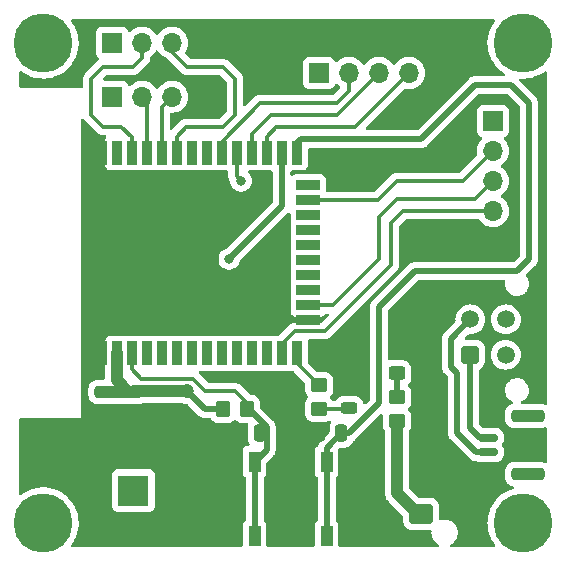
<source format=gtl>
G04 #@! TF.GenerationSoftware,KiCad,Pcbnew,6.0.4-6f826c9f35~116~ubuntu18.04.1*
G04 #@! TF.CreationDate,2022-04-26T12:07:31+08:00*
G04 #@! TF.ProjectId,ESP32_CAN_TEST,45535033-325f-4434-914e-5f544553542e,rev?*
G04 #@! TF.SameCoordinates,Original*
G04 #@! TF.FileFunction,Copper,L1,Top*
G04 #@! TF.FilePolarity,Positive*
%FSLAX46Y46*%
G04 Gerber Fmt 4.6, Leading zero omitted, Abs format (unit mm)*
G04 Created by KiCad (PCBNEW 6.0.4-6f826c9f35~116~ubuntu18.04.1) date 2022-04-26 12:07:31*
%MOMM*%
%LPD*%
G01*
G04 APERTURE LIST*
G04 Aperture macros list*
%AMRoundRect*
0 Rectangle with rounded corners*
0 $1 Rounding radius*
0 $2 $3 $4 $5 $6 $7 $8 $9 X,Y pos of 4 corners*
0 Add a 4 corners polygon primitive as box body*
4,1,4,$2,$3,$4,$5,$6,$7,$8,$9,$2,$3,0*
0 Add four circle primitives for the rounded corners*
1,1,$1+$1,$2,$3*
1,1,$1+$1,$4,$5*
1,1,$1+$1,$6,$7*
1,1,$1+$1,$8,$9*
0 Add four rect primitives between the rounded corners*
20,1,$1+$1,$2,$3,$4,$5,0*
20,1,$1+$1,$4,$5,$6,$7,0*
20,1,$1+$1,$6,$7,$8,$9,0*
20,1,$1+$1,$8,$9,$2,$3,0*%
G04 Aperture macros list end*
G04 #@! TA.AperFunction,SMDPad,CuDef*
%ADD10RoundRect,0.250000X-0.475000X0.250000X-0.475000X-0.250000X0.475000X-0.250000X0.475000X0.250000X0*%
G04 #@! TD*
G04 #@! TA.AperFunction,SMDPad,CuDef*
%ADD11RoundRect,0.243750X-0.456250X0.243750X-0.456250X-0.243750X0.456250X-0.243750X0.456250X0.243750X0*%
G04 #@! TD*
G04 #@! TA.AperFunction,ComponentPad*
%ADD12RoundRect,0.250000X0.750000X-0.600000X0.750000X0.600000X-0.750000X0.600000X-0.750000X-0.600000X0*%
G04 #@! TD*
G04 #@! TA.AperFunction,ComponentPad*
%ADD13O,2.000000X1.700000*%
G04 #@! TD*
G04 #@! TA.AperFunction,SMDPad,CuDef*
%ADD14RoundRect,0.250000X-0.450000X0.325000X-0.450000X-0.325000X0.450000X-0.325000X0.450000X0.325000X0*%
G04 #@! TD*
G04 #@! TA.AperFunction,ComponentPad*
%ADD15RoundRect,0.250001X0.499999X-0.499999X0.499999X0.499999X-0.499999X0.499999X-0.499999X-0.499999X0*%
G04 #@! TD*
G04 #@! TA.AperFunction,ComponentPad*
%ADD16C,1.500000*%
G04 #@! TD*
G04 #@! TA.AperFunction,ComponentPad*
%ADD17R,1.700000X1.700000*%
G04 #@! TD*
G04 #@! TA.AperFunction,ComponentPad*
%ADD18O,1.700000X1.700000*%
G04 #@! TD*
G04 #@! TA.AperFunction,SMDPad,CuDef*
%ADD19RoundRect,0.250000X-0.250000X-0.475000X0.250000X-0.475000X0.250000X0.475000X-0.250000X0.475000X0*%
G04 #@! TD*
G04 #@! TA.AperFunction,ComponentPad*
%ADD20R,2.600000X2.600000*%
G04 #@! TD*
G04 #@! TA.AperFunction,ComponentPad*
%ADD21C,2.600000*%
G04 #@! TD*
G04 #@! TA.AperFunction,SMDPad,CuDef*
%ADD22RoundRect,0.150000X-0.700000X0.150000X-0.700000X-0.150000X0.700000X-0.150000X0.700000X0.150000X0*%
G04 #@! TD*
G04 #@! TA.AperFunction,SMDPad,CuDef*
%ADD23RoundRect,0.250000X-1.150000X0.250000X-1.150000X-0.250000X1.150000X-0.250000X1.150000X0.250000X0*%
G04 #@! TD*
G04 #@! TA.AperFunction,SMDPad,CuDef*
%ADD24R,1.000000X1.700000*%
G04 #@! TD*
G04 #@! TA.AperFunction,SMDPad,CuDef*
%ADD25R,0.900000X2.000000*%
G04 #@! TD*
G04 #@! TA.AperFunction,SMDPad,CuDef*
%ADD26R,2.000000X0.900000*%
G04 #@! TD*
G04 #@! TA.AperFunction,SMDPad,CuDef*
%ADD27R,5.000000X5.000000*%
G04 #@! TD*
G04 #@! TA.AperFunction,SMDPad,CuDef*
%ADD28RoundRect,0.250000X0.450000X-0.350000X0.450000X0.350000X-0.450000X0.350000X-0.450000X-0.350000X0*%
G04 #@! TD*
G04 #@! TA.AperFunction,SMDPad,CuDef*
%ADD29RoundRect,0.250000X-0.450000X0.350000X-0.450000X-0.350000X0.450000X-0.350000X0.450000X0.350000X0*%
G04 #@! TD*
G04 #@! TA.AperFunction,SMDPad,CuDef*
%ADD30RoundRect,0.250000X-0.350000X-0.450000X0.350000X-0.450000X0.350000X0.450000X-0.350000X0.450000X0*%
G04 #@! TD*
G04 #@! TA.AperFunction,ViaPad*
%ADD31C,0.800000*%
G04 #@! TD*
G04 #@! TA.AperFunction,ViaPad*
%ADD32C,5.000000*%
G04 #@! TD*
G04 #@! TA.AperFunction,ViaPad*
%ADD33C,1.200000*%
G04 #@! TD*
G04 #@! TA.AperFunction,Conductor*
%ADD34C,0.500000*%
G04 #@! TD*
G04 #@! TA.AperFunction,Conductor*
%ADD35C,1.000000*%
G04 #@! TD*
G04 #@! TA.AperFunction,Conductor*
%ADD36C,0.350000*%
G04 #@! TD*
G04 APERTURE END LIST*
D10*
X111760000Y-72710000D03*
X111760000Y-74610000D03*
D11*
X130048000Y-72214500D03*
X130048000Y-74089500D03*
D12*
X136144000Y-83038000D03*
D13*
X136144000Y-80538000D03*
D14*
X134112000Y-69079000D03*
X134112000Y-71129000D03*
D15*
X140325000Y-69572000D03*
D16*
X140325000Y-66572000D03*
X143325000Y-69572000D03*
X143325000Y-66572000D03*
D17*
X109992000Y-47727000D03*
D18*
X112532000Y-47727000D03*
X115072000Y-47727000D03*
X117612000Y-47727000D03*
D17*
X142240000Y-49784000D03*
D18*
X142240000Y-52324000D03*
X142240000Y-54864000D03*
X142240000Y-57404000D03*
X142240000Y-59944000D03*
D19*
X122494000Y-76200000D03*
X124394000Y-76200000D03*
D17*
X127508000Y-45720000D03*
D18*
X130048000Y-45720000D03*
X132588000Y-45720000D03*
X135128000Y-45720000D03*
X137668000Y-45720000D03*
D19*
X127508000Y-76200000D03*
X129408000Y-76200000D03*
D20*
X111800000Y-81077000D03*
D21*
X116800000Y-81077000D03*
D22*
X141814000Y-76591000D03*
X141814000Y-77841000D03*
D23*
X145164000Y-74741000D03*
X145164000Y-79691000D03*
D24*
X128148000Y-78638000D03*
X128148000Y-84938000D03*
X131948000Y-78638000D03*
X131948000Y-84938000D03*
D10*
X109220000Y-72710000D03*
X109220000Y-74610000D03*
D25*
X109093000Y-69460000D03*
X110363000Y-69460000D03*
X111633000Y-69460000D03*
X112903000Y-69460000D03*
X114173000Y-69460000D03*
X115443000Y-69460000D03*
X116713000Y-69460000D03*
X117983000Y-69460000D03*
X119253000Y-69460000D03*
X120523000Y-69460000D03*
X121793000Y-69460000D03*
X123063000Y-69460000D03*
X124333000Y-69460000D03*
X125603000Y-69460000D03*
D26*
X126603000Y-66675000D03*
X126603000Y-65405000D03*
X126603000Y-64135000D03*
X126603000Y-62865000D03*
X126603000Y-61595000D03*
X126603000Y-60325000D03*
X126603000Y-59055000D03*
X126603000Y-57785000D03*
X126603000Y-56515000D03*
X126603000Y-55245000D03*
D25*
X125603000Y-52460000D03*
X124333000Y-52460000D03*
X123063000Y-52460000D03*
X121793000Y-52460000D03*
X120523000Y-52460000D03*
X119253000Y-52460000D03*
X117983000Y-52460000D03*
X116713000Y-52460000D03*
X115443000Y-52460000D03*
X114173000Y-52460000D03*
X112903000Y-52460000D03*
X111633000Y-52460000D03*
X110363000Y-52460000D03*
X109093000Y-52460000D03*
D27*
X116593000Y-61960000D03*
D24*
X125852000Y-78638000D03*
X125852000Y-84938000D03*
X122052000Y-84938000D03*
X122052000Y-78638000D03*
D28*
X134112000Y-75152000D03*
X134112000Y-73152000D03*
D29*
X127508000Y-72152000D03*
X127508000Y-74152000D03*
D17*
X109992000Y-43155000D03*
D18*
X112532000Y-43155000D03*
X115072000Y-43155000D03*
X117612000Y-43155000D03*
D30*
X119396000Y-74168000D03*
X121396000Y-74168000D03*
D31*
X133604000Y-82804000D03*
X138176000Y-58928000D03*
X137160000Y-76708000D03*
X141732000Y-81280000D03*
X124460000Y-78232000D03*
D32*
X104140000Y-43180000D03*
X104140000Y-83820000D03*
X144780000Y-83820000D03*
X144780000Y-43180000D03*
D33*
X116332000Y-72644000D03*
D31*
X124460000Y-61468000D03*
X131064000Y-67564000D03*
X130048000Y-54864000D03*
X119888000Y-61468000D03*
X120904000Y-54864000D03*
D34*
X124333000Y-52460000D02*
X124333000Y-57023000D01*
X124333000Y-57023000D02*
X119888000Y-61468000D01*
D35*
X114316000Y-72644000D02*
X114300000Y-72660000D01*
D34*
X119396000Y-74168000D02*
X117856000Y-74168000D01*
D35*
X111760000Y-72710000D02*
X111318000Y-72710000D01*
D34*
X117856000Y-74168000D02*
X116332000Y-72644000D01*
D35*
X110363000Y-71755000D02*
X111318000Y-72710000D01*
X111318000Y-72710000D02*
X109220000Y-72710000D01*
X114300000Y-72660000D02*
X111810000Y-72660000D01*
X111810000Y-72660000D02*
X111760000Y-72710000D01*
X116332000Y-72644000D02*
X114316000Y-72644000D01*
X110363000Y-69460000D02*
X110363000Y-71755000D01*
X134112000Y-81280000D02*
X135870000Y-83038000D01*
X135870000Y-83038000D02*
X136144000Y-83038000D01*
X134112000Y-75152000D02*
X134112000Y-81280000D01*
D36*
X112451000Y-71628000D02*
X116840000Y-71628000D01*
X120396000Y-72644000D02*
X121396000Y-73644000D01*
D34*
X123068000Y-77622000D02*
X122052000Y-78638000D01*
X121544000Y-74168000D02*
X123068000Y-75692000D01*
D36*
X121396000Y-73644000D02*
X121396000Y-74168000D01*
D34*
X121396000Y-74168000D02*
X121544000Y-74168000D01*
D36*
X111633000Y-70810000D02*
X112451000Y-71628000D01*
X116840000Y-71628000D02*
X117856000Y-72644000D01*
X117856000Y-72644000D02*
X120396000Y-72644000D01*
X111633000Y-69460000D02*
X111633000Y-70810000D01*
D34*
X123068000Y-75692000D02*
X123068000Y-77622000D01*
X122052000Y-78638000D02*
X122052000Y-84938000D01*
X128148000Y-78638000D02*
X128148000Y-84938000D01*
X128148000Y-77460000D02*
X129408000Y-76200000D01*
X136144000Y-51308000D02*
X125984000Y-51308000D01*
X144272000Y-62484000D02*
X145288000Y-61468000D01*
X132588000Y-65532000D02*
X135636000Y-62484000D01*
X140716000Y-46736000D02*
X136144000Y-51308000D01*
X132588000Y-73660000D02*
X132588000Y-65532000D01*
X130048000Y-76200000D02*
X132588000Y-73660000D01*
X129408000Y-76200000D02*
X130048000Y-76200000D01*
X143764000Y-46736000D02*
X140716000Y-46736000D01*
X145288000Y-48260000D02*
X143764000Y-46736000D01*
X128148000Y-78638000D02*
X128148000Y-77460000D01*
X125603000Y-51689000D02*
X125603000Y-52460000D01*
X125984000Y-51308000D02*
X125603000Y-51689000D01*
X145288000Y-61468000D02*
X145288000Y-48260000D01*
X135636000Y-62484000D02*
X144272000Y-62484000D01*
X134112000Y-73152000D02*
X134112000Y-71129000D01*
D36*
X127508000Y-74152000D02*
X129985500Y-74152000D01*
X129985500Y-74152000D02*
X130048000Y-74089500D01*
X126603000Y-56515000D02*
X132461000Y-56515000D01*
X134112000Y-54864000D02*
X139700000Y-54864000D01*
X139700000Y-54864000D02*
X142240000Y-52324000D01*
X132461000Y-56515000D02*
X134112000Y-54864000D01*
X128016000Y-67564000D02*
X133604000Y-61976000D01*
X124333000Y-68707000D02*
X125476000Y-67564000D01*
X125476000Y-67564000D02*
X128016000Y-67564000D01*
X133604000Y-61976000D02*
X133604000Y-58420000D01*
X133604000Y-58420000D02*
X134620000Y-57404000D01*
X124333000Y-69460000D02*
X124333000Y-68707000D01*
X134620000Y-57404000D02*
X142240000Y-57404000D01*
X140716000Y-56388000D02*
X134112000Y-56388000D01*
X142240000Y-54864000D02*
X140716000Y-56388000D01*
X134112000Y-56388000D02*
X132588000Y-57912000D01*
X132588000Y-57912000D02*
X132588000Y-61468000D01*
X128651000Y-65405000D02*
X126603000Y-65405000D01*
X132588000Y-61468000D02*
X128651000Y-65405000D01*
D34*
X141814000Y-76591000D02*
X141107000Y-76591000D01*
X140325000Y-75809000D02*
X140325000Y-69572000D01*
X141107000Y-76591000D02*
X140325000Y-75809000D01*
X138684000Y-68213000D02*
X140325000Y-66572000D01*
X138684000Y-70612000D02*
X138684000Y-68213000D01*
X140833000Y-77841000D02*
X139192000Y-76200000D01*
X141814000Y-77841000D02*
X140833000Y-77841000D01*
X139192000Y-71120000D02*
X138684000Y-70612000D01*
X139192000Y-76200000D02*
X139192000Y-71120000D01*
D36*
X119253000Y-51530978D02*
X122523978Y-48260000D01*
X122523978Y-48260000D02*
X129032000Y-48260000D01*
X119253000Y-52460000D02*
X119253000Y-51530978D01*
X129032000Y-48260000D02*
X130048000Y-47244000D01*
X130048000Y-47244000D02*
X130048000Y-45720000D01*
X123444000Y-49276000D02*
X129032000Y-49276000D01*
X121793000Y-52460000D02*
X121793000Y-50927000D01*
X129032000Y-49276000D02*
X132588000Y-45720000D01*
X121793000Y-50927000D02*
X123444000Y-49276000D01*
X130556000Y-50292000D02*
X135128000Y-45720000D01*
X123063000Y-52460000D02*
X123063000Y-51110000D01*
X123063000Y-51110000D02*
X123881000Y-50292000D01*
X123881000Y-50292000D02*
X130556000Y-50292000D01*
X111760000Y-45212000D02*
X112532000Y-44440000D01*
X111633000Y-51181000D02*
X110744000Y-50292000D01*
X112532000Y-44440000D02*
X112532000Y-43155000D01*
X108204000Y-49276000D02*
X108204000Y-46228000D01*
X110744000Y-50292000D02*
X109220000Y-50292000D01*
X109220000Y-50292000D02*
X108204000Y-49276000D01*
X111633000Y-52460000D02*
X111633000Y-51181000D01*
X109220000Y-45212000D02*
X111760000Y-45212000D01*
X108204000Y-46228000D02*
X109220000Y-45212000D01*
X119380000Y-50292000D02*
X120396000Y-49276000D01*
X119380000Y-45212000D02*
X116332000Y-45212000D01*
X120396000Y-46228000D02*
X119380000Y-45212000D01*
X116332000Y-45212000D02*
X115072000Y-43952000D01*
X115443000Y-52460000D02*
X115443000Y-51110000D01*
X116261000Y-50292000D02*
X119380000Y-50292000D01*
X115443000Y-51110000D02*
X116261000Y-50292000D01*
X120396000Y-49276000D02*
X120396000Y-46228000D01*
X115072000Y-43952000D02*
X115072000Y-43155000D01*
X112903000Y-52460000D02*
X112903000Y-48098000D01*
X112903000Y-48098000D02*
X112532000Y-47727000D01*
X114173000Y-52460000D02*
X114173000Y-48626000D01*
X114173000Y-48626000D02*
X115072000Y-47727000D01*
X125603000Y-69460000D02*
X125603000Y-70247000D01*
X125603000Y-70247000D02*
X127508000Y-72152000D01*
X120523000Y-52460000D02*
X120523000Y-54483000D01*
X120523000Y-54483000D02*
X120904000Y-54864000D01*
G04 #@! TA.AperFunction,Conductor*
G36*
X107586512Y-49595453D02*
G01*
X107610199Y-49623835D01*
X107611362Y-49626485D01*
X107648823Y-49675304D01*
X107652686Y-49680623D01*
X107668743Y-49703985D01*
X107687534Y-49731326D01*
X107693203Y-49736377D01*
X107732323Y-49771232D01*
X107737598Y-49776213D01*
X108716844Y-50755459D01*
X108722698Y-50761724D01*
X108759290Y-50803670D01*
X108809655Y-50839066D01*
X108814920Y-50842978D01*
X108863328Y-50880935D01*
X108870252Y-50884061D01*
X108874561Y-50886671D01*
X108883976Y-50892042D01*
X108888424Y-50894427D01*
X108894639Y-50898795D01*
X108901716Y-50901554D01*
X108951957Y-50921142D01*
X108958029Y-50923694D01*
X109014105Y-50949014D01*
X109021582Y-50950400D01*
X109026402Y-50951910D01*
X109036818Y-50954878D01*
X109041698Y-50956131D01*
X109048772Y-50958889D01*
X109056303Y-50959881D01*
X109056305Y-50959881D01*
X109109777Y-50966921D01*
X109116290Y-50967953D01*
X109169299Y-50977777D01*
X109169301Y-50977777D01*
X109176768Y-50979161D01*
X109184349Y-50978724D01*
X109184350Y-50978724D01*
X109236643Y-50975709D01*
X109243895Y-50975500D01*
X109388712Y-50975500D01*
X109456833Y-50995502D01*
X109503326Y-51049158D01*
X109513430Y-51119432D01*
X109489538Y-51177065D01*
X109462385Y-51213295D01*
X109411255Y-51349684D01*
X109404500Y-51411866D01*
X109404500Y-53508134D01*
X109411255Y-53570316D01*
X109462385Y-53706705D01*
X109549739Y-53823261D01*
X109666295Y-53910615D01*
X109802684Y-53961745D01*
X109864866Y-53968500D01*
X110861134Y-53968500D01*
X110923316Y-53961745D01*
X110953771Y-53950328D01*
X111024577Y-53945145D01*
X111042224Y-53950326D01*
X111072684Y-53961745D01*
X111134866Y-53968500D01*
X112131134Y-53968500D01*
X112193316Y-53961745D01*
X112223771Y-53950328D01*
X112294577Y-53945145D01*
X112312224Y-53950326D01*
X112342684Y-53961745D01*
X112404866Y-53968500D01*
X113401134Y-53968500D01*
X113463316Y-53961745D01*
X113493771Y-53950328D01*
X113564577Y-53945145D01*
X113582224Y-53950326D01*
X113612684Y-53961745D01*
X113674866Y-53968500D01*
X114671134Y-53968500D01*
X114733316Y-53961745D01*
X114763771Y-53950328D01*
X114834577Y-53945145D01*
X114852224Y-53950326D01*
X114882684Y-53961745D01*
X114944866Y-53968500D01*
X115941134Y-53968500D01*
X116003316Y-53961745D01*
X116033771Y-53950328D01*
X116104577Y-53945145D01*
X116122224Y-53950326D01*
X116152684Y-53961745D01*
X116214866Y-53968500D01*
X117211134Y-53968500D01*
X117273316Y-53961745D01*
X117303771Y-53950328D01*
X117374577Y-53945145D01*
X117392224Y-53950326D01*
X117422684Y-53961745D01*
X117484866Y-53968500D01*
X118481134Y-53968500D01*
X118543316Y-53961745D01*
X118573771Y-53950328D01*
X118644577Y-53945145D01*
X118662224Y-53950326D01*
X118692684Y-53961745D01*
X118754866Y-53968500D01*
X119713500Y-53968500D01*
X119781621Y-53988502D01*
X119828114Y-54042158D01*
X119839500Y-54094500D01*
X119839500Y-54454955D01*
X119839208Y-54463524D01*
X119837237Y-54492444D01*
X119835424Y-54519034D01*
X119836729Y-54526511D01*
X119836729Y-54526514D01*
X119846002Y-54579647D01*
X119846965Y-54586171D01*
X119854355Y-54647235D01*
X119857042Y-54654345D01*
X119858246Y-54659248D01*
X119861114Y-54669734D01*
X119862561Y-54674526D01*
X119863866Y-54682004D01*
X119866918Y-54688956D01*
X119866918Y-54688957D01*
X119888595Y-54738341D01*
X119891086Y-54744446D01*
X119910145Y-54794882D01*
X119912831Y-54801989D01*
X119917131Y-54808246D01*
X119919467Y-54812714D01*
X119924725Y-54822160D01*
X119927308Y-54826527D01*
X119930362Y-54833485D01*
X119967838Y-54882324D01*
X119971677Y-54887609D01*
X119978700Y-54897827D01*
X120000168Y-54956020D01*
X120010458Y-55053928D01*
X120069473Y-55235556D01*
X120164960Y-55400944D01*
X120169378Y-55405851D01*
X120169379Y-55405852D01*
X120250538Y-55495988D01*
X120292747Y-55542866D01*
X120447248Y-55655118D01*
X120453276Y-55657802D01*
X120453278Y-55657803D01*
X120558162Y-55704500D01*
X120621712Y-55732794D01*
X120708009Y-55751137D01*
X120802056Y-55771128D01*
X120802061Y-55771128D01*
X120808513Y-55772500D01*
X120999487Y-55772500D01*
X121005939Y-55771128D01*
X121005944Y-55771128D01*
X121099991Y-55751137D01*
X121186288Y-55732794D01*
X121249838Y-55704500D01*
X121354722Y-55657803D01*
X121354724Y-55657802D01*
X121360752Y-55655118D01*
X121515253Y-55542866D01*
X121557462Y-55495988D01*
X121638621Y-55405852D01*
X121638622Y-55405851D01*
X121643040Y-55400944D01*
X121738527Y-55235556D01*
X121797542Y-55053928D01*
X121810157Y-54933908D01*
X121816814Y-54870565D01*
X121817504Y-54864000D01*
X121813690Y-54827715D01*
X121798232Y-54680635D01*
X121798232Y-54680633D01*
X121797542Y-54674072D01*
X121738527Y-54492444D01*
X121643040Y-54327056D01*
X121628427Y-54310826D01*
X121519673Y-54190043D01*
X121515253Y-54185134D01*
X121515543Y-54184872D01*
X121480315Y-54127686D01*
X121481669Y-54056702D01*
X121521185Y-53997719D01*
X121586317Y-53969463D01*
X121601866Y-53968500D01*
X122291134Y-53968500D01*
X122353316Y-53961745D01*
X122383771Y-53950328D01*
X122454577Y-53945145D01*
X122472224Y-53950326D01*
X122502684Y-53961745D01*
X122564866Y-53968500D01*
X123448500Y-53968500D01*
X123516621Y-53988502D01*
X123563114Y-54042158D01*
X123574500Y-54094500D01*
X123574500Y-56656629D01*
X123554498Y-56724750D01*
X123537595Y-56745724D01*
X119731669Y-60551650D01*
X119668772Y-60585801D01*
X119612176Y-60597831D01*
X119612167Y-60597834D01*
X119605712Y-60599206D01*
X119599682Y-60601891D01*
X119599681Y-60601891D01*
X119437278Y-60674197D01*
X119437276Y-60674198D01*
X119431248Y-60676882D01*
X119276747Y-60789134D01*
X119272326Y-60794044D01*
X119272325Y-60794045D01*
X119243075Y-60826531D01*
X119148960Y-60931056D01*
X119053473Y-61096444D01*
X118994458Y-61278072D01*
X118974496Y-61468000D01*
X118975186Y-61474565D01*
X118983828Y-61556785D01*
X118994458Y-61657928D01*
X119053473Y-61839556D01*
X119056776Y-61845278D01*
X119056777Y-61845279D01*
X119075953Y-61878492D01*
X119148960Y-62004944D01*
X119153378Y-62009851D01*
X119153379Y-62009852D01*
X119231425Y-62096531D01*
X119276747Y-62146866D01*
X119330292Y-62185769D01*
X119406274Y-62240973D01*
X119431248Y-62259118D01*
X119437276Y-62261802D01*
X119437278Y-62261803D01*
X119599681Y-62334109D01*
X119605712Y-62336794D01*
X119699113Y-62356647D01*
X119786056Y-62375128D01*
X119786061Y-62375128D01*
X119792513Y-62376500D01*
X119983487Y-62376500D01*
X119989939Y-62375128D01*
X119989944Y-62375128D01*
X120076887Y-62356647D01*
X120170288Y-62336794D01*
X120176319Y-62334109D01*
X120338722Y-62261803D01*
X120338724Y-62261802D01*
X120344752Y-62259118D01*
X120369727Y-62240973D01*
X120445708Y-62185769D01*
X120499253Y-62146866D01*
X120544575Y-62096531D01*
X120622621Y-62009852D01*
X120622622Y-62009851D01*
X120627040Y-62004944D01*
X120700047Y-61878492D01*
X120719223Y-61845279D01*
X120719224Y-61845278D01*
X120722527Y-61839556D01*
X120777387Y-61670714D01*
X120808125Y-61620556D01*
X124821911Y-57606770D01*
X124836323Y-57594384D01*
X124847918Y-57585851D01*
X124847923Y-57585846D01*
X124853818Y-57581508D01*
X124872477Y-57559545D01*
X124931823Y-57520582D01*
X125002816Y-57519889D01*
X125062914Y-57557688D01*
X125093036Y-57621977D01*
X125094500Y-57641126D01*
X125094500Y-58283134D01*
X125101255Y-58345316D01*
X125112672Y-58375771D01*
X125117855Y-58446577D01*
X125112674Y-58464224D01*
X125101255Y-58494684D01*
X125094500Y-58556866D01*
X125094500Y-59553134D01*
X125101255Y-59615316D01*
X125112672Y-59645771D01*
X125117855Y-59716577D01*
X125112674Y-59734224D01*
X125101255Y-59764684D01*
X125094500Y-59826866D01*
X125094500Y-60823134D01*
X125101255Y-60885316D01*
X125112672Y-60915771D01*
X125117855Y-60986577D01*
X125112674Y-61004224D01*
X125101255Y-61034684D01*
X125094500Y-61096866D01*
X125094500Y-62093134D01*
X125101255Y-62155316D01*
X125112672Y-62185771D01*
X125117855Y-62256577D01*
X125112674Y-62274224D01*
X125101255Y-62304684D01*
X125094500Y-62366866D01*
X125094500Y-63363134D01*
X125101255Y-63425316D01*
X125112672Y-63455771D01*
X125117855Y-63526577D01*
X125112674Y-63544224D01*
X125101255Y-63574684D01*
X125094500Y-63636866D01*
X125094500Y-64633134D01*
X125101255Y-64695316D01*
X125112672Y-64725771D01*
X125117855Y-64796577D01*
X125112674Y-64814224D01*
X125101255Y-64844684D01*
X125094500Y-64906866D01*
X125094500Y-65903134D01*
X125101255Y-65965316D01*
X125152385Y-66101705D01*
X125239739Y-66218261D01*
X125356295Y-66305615D01*
X125492684Y-66356745D01*
X125554866Y-66363500D01*
X127651134Y-66363500D01*
X127713316Y-66356745D01*
X127849705Y-66305615D01*
X127966261Y-66218261D01*
X128020991Y-66145235D01*
X128025713Y-66138935D01*
X128082573Y-66096420D01*
X128126539Y-66088500D01*
X128220695Y-66088500D01*
X128288816Y-66108502D01*
X128335309Y-66162158D01*
X128345413Y-66232432D01*
X128315919Y-66297012D01*
X128309790Y-66303595D01*
X127769790Y-66843595D01*
X127707478Y-66877621D01*
X127680695Y-66880500D01*
X125504045Y-66880500D01*
X125495476Y-66880208D01*
X125447542Y-66876940D01*
X125447538Y-66876940D01*
X125439966Y-66876424D01*
X125432489Y-66877729D01*
X125432486Y-66877729D01*
X125379353Y-66887002D01*
X125372829Y-66887965D01*
X125319309Y-66894442D01*
X125311765Y-66895355D01*
X125304655Y-66898042D01*
X125299752Y-66899246D01*
X125289266Y-66902114D01*
X125284474Y-66903561D01*
X125276996Y-66904866D01*
X125270044Y-66907918D01*
X125270043Y-66907918D01*
X125220659Y-66929595D01*
X125214554Y-66932086D01*
X125164118Y-66951145D01*
X125164115Y-66951147D01*
X125157011Y-66953831D01*
X125150754Y-66958131D01*
X125146286Y-66960467D01*
X125136840Y-66965725D01*
X125132474Y-66968307D01*
X125125515Y-66971362D01*
X125076696Y-67008823D01*
X125071377Y-67012686D01*
X125032679Y-67039283D01*
X125020674Y-67047534D01*
X125015623Y-67053203D01*
X124980768Y-67092323D01*
X124975787Y-67097598D01*
X124158790Y-67914595D01*
X124096478Y-67948621D01*
X124069695Y-67951500D01*
X123834866Y-67951500D01*
X123772684Y-67958255D01*
X123742229Y-67969672D01*
X123671423Y-67974855D01*
X123653776Y-67969674D01*
X123623316Y-67958255D01*
X123561134Y-67951500D01*
X122564866Y-67951500D01*
X122502684Y-67958255D01*
X122472229Y-67969672D01*
X122401423Y-67974855D01*
X122383776Y-67969674D01*
X122353316Y-67958255D01*
X122291134Y-67951500D01*
X121294866Y-67951500D01*
X121232684Y-67958255D01*
X121202229Y-67969672D01*
X121131423Y-67974855D01*
X121113776Y-67969674D01*
X121083316Y-67958255D01*
X121021134Y-67951500D01*
X120024866Y-67951500D01*
X119962684Y-67958255D01*
X119932229Y-67969672D01*
X119861423Y-67974855D01*
X119843776Y-67969674D01*
X119813316Y-67958255D01*
X119751134Y-67951500D01*
X118754866Y-67951500D01*
X118692684Y-67958255D01*
X118662229Y-67969672D01*
X118591423Y-67974855D01*
X118573776Y-67969674D01*
X118543316Y-67958255D01*
X118481134Y-67951500D01*
X117484866Y-67951500D01*
X117422684Y-67958255D01*
X117392229Y-67969672D01*
X117321423Y-67974855D01*
X117303776Y-67969674D01*
X117273316Y-67958255D01*
X117211134Y-67951500D01*
X116214866Y-67951500D01*
X116152684Y-67958255D01*
X116122229Y-67969672D01*
X116051423Y-67974855D01*
X116033776Y-67969674D01*
X116003316Y-67958255D01*
X115941134Y-67951500D01*
X114944866Y-67951500D01*
X114882684Y-67958255D01*
X114852229Y-67969672D01*
X114781423Y-67974855D01*
X114763776Y-67969674D01*
X114733316Y-67958255D01*
X114671134Y-67951500D01*
X113674866Y-67951500D01*
X113612684Y-67958255D01*
X113582229Y-67969672D01*
X113511423Y-67974855D01*
X113493776Y-67969674D01*
X113463316Y-67958255D01*
X113401134Y-67951500D01*
X112404866Y-67951500D01*
X112342684Y-67958255D01*
X112312229Y-67969672D01*
X112241423Y-67974855D01*
X112223776Y-67969674D01*
X112193316Y-67958255D01*
X112131134Y-67951500D01*
X111134866Y-67951500D01*
X111072684Y-67958255D01*
X111042229Y-67969672D01*
X110971423Y-67974855D01*
X110953776Y-67969674D01*
X110923316Y-67958255D01*
X110861134Y-67951500D01*
X109864866Y-67951500D01*
X109802684Y-67958255D01*
X109666295Y-68009385D01*
X109549739Y-68096739D01*
X109462385Y-68213295D01*
X109411255Y-68349684D01*
X109404500Y-68411866D01*
X109404500Y-69126607D01*
X109398602Y-69164705D01*
X109371765Y-69249306D01*
X109354500Y-69403227D01*
X109354500Y-71575500D01*
X109334498Y-71643621D01*
X109280842Y-71690114D01*
X109228500Y-71701500D01*
X108694600Y-71701500D01*
X108691354Y-71701837D01*
X108691350Y-71701837D01*
X108595692Y-71711762D01*
X108595688Y-71711763D01*
X108588834Y-71712474D01*
X108582298Y-71714655D01*
X108582296Y-71714655D01*
X108506889Y-71739813D01*
X108421054Y-71768450D01*
X108270652Y-71861522D01*
X108145695Y-71986697D01*
X108141855Y-71992927D01*
X108141854Y-71992928D01*
X108058560Y-72128056D01*
X108052885Y-72137262D01*
X107997203Y-72305139D01*
X107986500Y-72409600D01*
X107986500Y-73010400D01*
X107986837Y-73013646D01*
X107986837Y-73013650D01*
X107996639Y-73108114D01*
X107997474Y-73116166D01*
X107999655Y-73122702D01*
X107999655Y-73122704D01*
X108018415Y-73178934D01*
X108053450Y-73283946D01*
X108146522Y-73434348D01*
X108271697Y-73559305D01*
X108277927Y-73563145D01*
X108277928Y-73563146D01*
X108278073Y-73563235D01*
X108422262Y-73652115D01*
X108473018Y-73668950D01*
X108583611Y-73705632D01*
X108583613Y-73705632D01*
X108590139Y-73707797D01*
X108596975Y-73708497D01*
X108596978Y-73708498D01*
X108640031Y-73712909D01*
X108694600Y-73718500D01*
X111260096Y-73718500D01*
X111272829Y-73719145D01*
X111308334Y-73722752D01*
X111308339Y-73722752D01*
X111314462Y-73723374D01*
X111360108Y-73719059D01*
X111371967Y-73718500D01*
X111698157Y-73718500D01*
X111711764Y-73719237D01*
X111743262Y-73722659D01*
X111743267Y-73722659D01*
X111749388Y-73723324D01*
X111797211Y-73719140D01*
X111799053Y-73718979D01*
X111810034Y-73718500D01*
X112285400Y-73718500D01*
X112288646Y-73718163D01*
X112288650Y-73718163D01*
X112384308Y-73708238D01*
X112384312Y-73708237D01*
X112391166Y-73707526D01*
X112397702Y-73705345D01*
X112397704Y-73705345D01*
X112488730Y-73674976D01*
X112528606Y-73668500D01*
X114238157Y-73668500D01*
X114251764Y-73669237D01*
X114283262Y-73672659D01*
X114283267Y-73672659D01*
X114289388Y-73673324D01*
X114317484Y-73670866D01*
X114339388Y-73668950D01*
X114344214Y-73668621D01*
X114346686Y-73668500D01*
X114349769Y-73668500D01*
X114361738Y-73667326D01*
X114392506Y-73664310D01*
X114393819Y-73664188D01*
X114438084Y-73660315D01*
X114486413Y-73656087D01*
X114490959Y-73654766D01*
X114493591Y-73654508D01*
X114496086Y-73654153D01*
X114496833Y-73654080D01*
X114496843Y-73654079D01*
X114496854Y-73654189D01*
X114514073Y-73652500D01*
X115845075Y-73652500D01*
X115894812Y-73662732D01*
X115987987Y-73702763D01*
X116031010Y-73712498D01*
X116181055Y-73746450D01*
X116181060Y-73746451D01*
X116186692Y-73747725D01*
X116192463Y-73747952D01*
X116192465Y-73747952D01*
X116320980Y-73753001D01*
X116388263Y-73775662D01*
X116405128Y-73789809D01*
X117272230Y-74656911D01*
X117284616Y-74671323D01*
X117293149Y-74682918D01*
X117293154Y-74682923D01*
X117297492Y-74688818D01*
X117303070Y-74693557D01*
X117303073Y-74693560D01*
X117337768Y-74723035D01*
X117345284Y-74729965D01*
X117350979Y-74735660D01*
X117353861Y-74737940D01*
X117373251Y-74753281D01*
X117376655Y-74756072D01*
X117426703Y-74798591D01*
X117432285Y-74803333D01*
X117438801Y-74806661D01*
X117443838Y-74810020D01*
X117448977Y-74813194D01*
X117454716Y-74817734D01*
X117461349Y-74820834D01*
X117520837Y-74848636D01*
X117524791Y-74850569D01*
X117589808Y-74883769D01*
X117596924Y-74885510D01*
X117602554Y-74887604D01*
X117608321Y-74889523D01*
X117614950Y-74892621D01*
X117622110Y-74894110D01*
X117622112Y-74894111D01*
X117686396Y-74907482D01*
X117690680Y-74908452D01*
X117761610Y-74925808D01*
X117767212Y-74926156D01*
X117767215Y-74926156D01*
X117772764Y-74926500D01*
X117772762Y-74926536D01*
X117776752Y-74926775D01*
X117780950Y-74927150D01*
X117788115Y-74928640D01*
X117865520Y-74926546D01*
X117868928Y-74926500D01*
X118274689Y-74926500D01*
X118342810Y-74946502D01*
X118381833Y-74986196D01*
X118447522Y-75092348D01*
X118572697Y-75217305D01*
X118578927Y-75221145D01*
X118578928Y-75221146D01*
X118716090Y-75305694D01*
X118723262Y-75310115D01*
X118756610Y-75321176D01*
X118884611Y-75363632D01*
X118884613Y-75363632D01*
X118891139Y-75365797D01*
X118897975Y-75366497D01*
X118897978Y-75366498D01*
X118941031Y-75370909D01*
X118995600Y-75376500D01*
X119796400Y-75376500D01*
X119799646Y-75376163D01*
X119799650Y-75376163D01*
X119895308Y-75366238D01*
X119895312Y-75366237D01*
X119902166Y-75365526D01*
X119908702Y-75363345D01*
X119908704Y-75363345D01*
X120053772Y-75314946D01*
X120069946Y-75309550D01*
X120220348Y-75216478D01*
X120306784Y-75129891D01*
X120369066Y-75095812D01*
X120439886Y-75100815D01*
X120484975Y-75129736D01*
X120508985Y-75153704D01*
X120572697Y-75217305D01*
X120578927Y-75221145D01*
X120578928Y-75221146D01*
X120716090Y-75305694D01*
X120723262Y-75310115D01*
X120756610Y-75321176D01*
X120884611Y-75363632D01*
X120884613Y-75363632D01*
X120891139Y-75365797D01*
X120897975Y-75366497D01*
X120897978Y-75366498D01*
X120941031Y-75370909D01*
X120995600Y-75376500D01*
X121385888Y-75376500D01*
X121454009Y-75396502D01*
X121500502Y-75450158D01*
X121510606Y-75520432D01*
X121505482Y-75542163D01*
X121496203Y-75570139D01*
X121495503Y-75576975D01*
X121495502Y-75576978D01*
X121491091Y-75620031D01*
X121485500Y-75674600D01*
X121485500Y-76725400D01*
X121485837Y-76728646D01*
X121485837Y-76728650D01*
X121494274Y-76809958D01*
X121496474Y-76831166D01*
X121498655Y-76837702D01*
X121498655Y-76837704D01*
X121513947Y-76883539D01*
X121552450Y-76998946D01*
X121556304Y-77005174D01*
X121556305Y-77005176D01*
X121607190Y-77087404D01*
X121626028Y-77155855D01*
X121604867Y-77223625D01*
X121550426Y-77269196D01*
X121506956Y-77279500D01*
X121503866Y-77279500D01*
X121441684Y-77286255D01*
X121305295Y-77337385D01*
X121188739Y-77424739D01*
X121101385Y-77541295D01*
X121050255Y-77677684D01*
X121043500Y-77739866D01*
X121043500Y-79536134D01*
X121050255Y-79598316D01*
X121101385Y-79734705D01*
X121188739Y-79851261D01*
X121195919Y-79856642D01*
X121243065Y-79891976D01*
X121285580Y-79948835D01*
X121293500Y-79992802D01*
X121293500Y-83583198D01*
X121273498Y-83651319D01*
X121243065Y-83684024D01*
X121188739Y-83724739D01*
X121101385Y-83841295D01*
X121050255Y-83977684D01*
X121043500Y-84039866D01*
X121043500Y-85725500D01*
X121023498Y-85793621D01*
X120969842Y-85840114D01*
X120917500Y-85851500D01*
X106632710Y-85851500D01*
X106564589Y-85831498D01*
X106518096Y-85777842D01*
X106507992Y-85707568D01*
X106536047Y-85644677D01*
X106557048Y-85619560D01*
X106559370Y-85616783D01*
X106584975Y-85577804D01*
X106675585Y-85439862D01*
X106749853Y-85326799D01*
X106860530Y-85106742D01*
X106904117Y-85020080D01*
X106904120Y-85020072D01*
X106905744Y-85016844D01*
X107024977Y-84691026D01*
X107025822Y-84687504D01*
X107025825Y-84687496D01*
X107105124Y-84357191D01*
X107105125Y-84357187D01*
X107105971Y-84353662D01*
X107108542Y-84332419D01*
X107147316Y-84012004D01*
X107147316Y-84011997D01*
X107147652Y-84009225D01*
X107148397Y-83985540D01*
X107153511Y-83822797D01*
X107153599Y-83820000D01*
X107153438Y-83817204D01*
X107133836Y-83477246D01*
X107133835Y-83477241D01*
X107133627Y-83473626D01*
X107100170Y-83281925D01*
X107074600Y-83135415D01*
X107074598Y-83135408D01*
X107073976Y-83131842D01*
X106975437Y-82799180D01*
X106950306Y-82740261D01*
X106840740Y-82483386D01*
X106840738Y-82483383D01*
X106839316Y-82480048D01*
X106809932Y-82428531D01*
X106807994Y-82425134D01*
X109991500Y-82425134D01*
X109998255Y-82487316D01*
X110049385Y-82623705D01*
X110136739Y-82740261D01*
X110253295Y-82827615D01*
X110389684Y-82878745D01*
X110451866Y-82885500D01*
X113148134Y-82885500D01*
X113210316Y-82878745D01*
X113346705Y-82827615D01*
X113463261Y-82740261D01*
X113550615Y-82623705D01*
X113601745Y-82487316D01*
X113608500Y-82425134D01*
X113608500Y-79728866D01*
X113601745Y-79666684D01*
X113550615Y-79530295D01*
X113463261Y-79413739D01*
X113346705Y-79326385D01*
X113210316Y-79275255D01*
X113148134Y-79268500D01*
X110451866Y-79268500D01*
X110389684Y-79275255D01*
X110253295Y-79326385D01*
X110136739Y-79413739D01*
X110049385Y-79530295D01*
X109998255Y-79666684D01*
X109991500Y-79728866D01*
X109991500Y-82425134D01*
X106807994Y-82425134D01*
X106669208Y-82181816D01*
X106667417Y-82178676D01*
X106462018Y-81899060D01*
X106405924Y-81838695D01*
X106258295Y-81679828D01*
X106225842Y-81644904D01*
X105962019Y-81419578D01*
X105674047Y-81226069D01*
X105365741Y-81066940D01*
X105041189Y-80944302D01*
X105037668Y-80943418D01*
X105037663Y-80943416D01*
X104876378Y-80902904D01*
X104704692Y-80859780D01*
X104682476Y-80856855D01*
X104364315Y-80814968D01*
X104364307Y-80814967D01*
X104360711Y-80814494D01*
X104216045Y-80812221D01*
X104017446Y-80809101D01*
X104017442Y-80809101D01*
X104013804Y-80809044D01*
X104010190Y-80809405D01*
X104010184Y-80809405D01*
X103766843Y-80833694D01*
X103668569Y-80843503D01*
X103329583Y-80917414D01*
X103326156Y-80918587D01*
X103326150Y-80918589D01*
X103247296Y-80945587D01*
X103001339Y-81029797D01*
X102688188Y-81179163D01*
X102394279Y-81363532D01*
X102391437Y-81365809D01*
X102391436Y-81365810D01*
X102313280Y-81428424D01*
X102247611Y-81455406D01*
X102177778Y-81442601D01*
X102125955Y-81394074D01*
X102108500Y-81330090D01*
X102108500Y-75086000D01*
X102128502Y-75017879D01*
X102182158Y-74971386D01*
X102234500Y-74960000D01*
X107378000Y-74960000D01*
X107378000Y-49690677D01*
X107398002Y-49622556D01*
X107451658Y-49576063D01*
X107521932Y-49565959D01*
X107586512Y-49595453D01*
G37*
G04 #@! TD.AperFunction*
G04 #@! TA.AperFunction,Conductor*
G36*
X146745728Y-45558434D02*
G01*
X146796001Y-45608565D01*
X146811500Y-45669108D01*
X146811500Y-73683533D01*
X146791498Y-73751654D01*
X146737842Y-73798147D01*
X146667568Y-73808251D01*
X146637303Y-73799233D01*
X146636738Y-73798885D01*
X146504238Y-73754937D01*
X146475389Y-73745368D01*
X146475387Y-73745368D01*
X146468861Y-73743203D01*
X146462025Y-73742503D01*
X146462022Y-73742502D01*
X146418969Y-73738091D01*
X146364400Y-73732500D01*
X144736028Y-73732500D01*
X144667907Y-73712498D01*
X144621414Y-73658842D01*
X144611310Y-73588568D01*
X144640804Y-73523988D01*
X144676875Y-73495248D01*
X144820355Y-73418959D01*
X144825796Y-73416066D01*
X144934202Y-73327652D01*
X144974287Y-73294960D01*
X144974290Y-73294957D01*
X144979062Y-73291065D01*
X144984089Y-73284989D01*
X145101201Y-73143425D01*
X145101203Y-73143421D01*
X145105130Y-73138675D01*
X145199198Y-72964701D01*
X145257682Y-72775768D01*
X145269355Y-72664704D01*
X145277711Y-72585204D01*
X145277711Y-72585202D01*
X145278355Y-72579075D01*
X145268594Y-72471824D01*
X145260989Y-72388251D01*
X145260988Y-72388248D01*
X145260430Y-72382112D01*
X145242880Y-72322479D01*
X145227751Y-72271076D01*
X145204590Y-72192381D01*
X145198401Y-72180541D01*
X145135253Y-72059752D01*
X145112960Y-72017110D01*
X144989032Y-71862975D01*
X144982727Y-71857684D01*
X144966334Y-71843929D01*
X144837526Y-71735846D01*
X144832128Y-71732879D01*
X144832123Y-71732875D01*
X144669608Y-71643533D01*
X144669609Y-71643533D01*
X144664213Y-71640567D01*
X144658346Y-71638706D01*
X144658344Y-71638705D01*
X144481564Y-71582627D01*
X144481563Y-71582627D01*
X144475694Y-71580765D01*
X144321773Y-71563500D01*
X144215231Y-71563500D01*
X144212175Y-71563800D01*
X144212168Y-71563800D01*
X144153660Y-71569537D01*
X144068167Y-71577920D01*
X144062266Y-71579702D01*
X144062264Y-71579702D01*
X143988947Y-71601838D01*
X143878831Y-71635084D01*
X143704204Y-71727934D01*
X143649799Y-71772306D01*
X143555713Y-71849040D01*
X143555710Y-71849043D01*
X143550938Y-71852935D01*
X143547011Y-71857682D01*
X143547009Y-71857684D01*
X143428799Y-72000575D01*
X143428797Y-72000579D01*
X143424870Y-72005325D01*
X143330802Y-72179299D01*
X143272318Y-72368232D01*
X143271674Y-72374357D01*
X143271674Y-72374358D01*
X143253300Y-72549183D01*
X143251645Y-72564925D01*
X143252204Y-72571065D01*
X143268634Y-72751600D01*
X143269570Y-72761888D01*
X143271308Y-72767794D01*
X143271309Y-72767798D01*
X143302249Y-72872924D01*
X143325410Y-72951619D01*
X143328263Y-72957077D01*
X143328265Y-72957081D01*
X143366243Y-73029725D01*
X143417040Y-73126890D01*
X143540968Y-73281025D01*
X143545692Y-73284989D01*
X143551874Y-73290176D01*
X143692474Y-73408154D01*
X143697872Y-73411121D01*
X143697877Y-73411125D01*
X143765860Y-73448498D01*
X143865787Y-73503433D01*
X143871659Y-73505296D01*
X143874709Y-73506603D01*
X143929441Y-73551823D01*
X143951037Y-73619455D01*
X143932640Y-73688027D01*
X143880091Y-73735767D01*
X143857826Y-73743450D01*
X143857834Y-73743474D01*
X143855471Y-73744262D01*
X143855440Y-73744273D01*
X143690054Y-73799450D01*
X143539652Y-73892522D01*
X143414695Y-74017697D01*
X143410855Y-74023927D01*
X143410854Y-74023928D01*
X143331904Y-74152009D01*
X143321885Y-74168262D01*
X143266203Y-74336139D01*
X143255500Y-74440600D01*
X143255500Y-75041400D01*
X143255837Y-75044646D01*
X143255837Y-75044650D01*
X143264682Y-75129891D01*
X143266474Y-75147166D01*
X143268655Y-75153702D01*
X143268655Y-75153704D01*
X143300862Y-75250238D01*
X143322450Y-75314946D01*
X143415522Y-75465348D01*
X143540697Y-75590305D01*
X143546927Y-75594145D01*
X143546928Y-75594146D01*
X143663482Y-75665991D01*
X143691262Y-75683115D01*
X143749571Y-75702455D01*
X143852611Y-75736632D01*
X143852613Y-75736632D01*
X143859139Y-75738797D01*
X143865975Y-75739497D01*
X143865978Y-75739498D01*
X143909031Y-75743909D01*
X143963600Y-75749500D01*
X146364400Y-75749500D01*
X146367646Y-75749163D01*
X146367650Y-75749163D01*
X146463308Y-75739238D01*
X146463312Y-75739237D01*
X146470166Y-75738526D01*
X146476702Y-75736345D01*
X146476704Y-75736345D01*
X146551604Y-75711356D01*
X146637946Y-75682550D01*
X146638238Y-75683425D01*
X146702219Y-75673591D01*
X146767083Y-75702455D01*
X146806045Y-75761806D01*
X146811500Y-75798477D01*
X146811500Y-78633533D01*
X146791498Y-78701654D01*
X146737842Y-78748147D01*
X146667568Y-78758251D01*
X146637303Y-78749233D01*
X146636738Y-78748885D01*
X146495929Y-78702181D01*
X146475389Y-78695368D01*
X146475387Y-78695368D01*
X146468861Y-78693203D01*
X146462025Y-78692503D01*
X146462022Y-78692502D01*
X146418969Y-78688091D01*
X146364400Y-78682500D01*
X143963600Y-78682500D01*
X143960354Y-78682837D01*
X143960350Y-78682837D01*
X143864692Y-78692762D01*
X143864688Y-78692763D01*
X143857834Y-78693474D01*
X143851298Y-78695655D01*
X143851296Y-78695655D01*
X143719194Y-78739728D01*
X143690054Y-78749450D01*
X143539652Y-78842522D01*
X143414695Y-78967697D01*
X143321885Y-79118262D01*
X143319581Y-79125209D01*
X143272054Y-79268500D01*
X143266203Y-79286139D01*
X143255500Y-79390600D01*
X143255500Y-79991400D01*
X143266474Y-80097166D01*
X143322450Y-80264946D01*
X143415522Y-80415348D01*
X143540697Y-80540305D01*
X143691262Y-80633115D01*
X143749571Y-80652455D01*
X143852611Y-80686632D01*
X143852613Y-80686632D01*
X143859139Y-80688797D01*
X143865975Y-80689497D01*
X143865978Y-80689498D01*
X143886797Y-80691631D01*
X143952524Y-80718473D01*
X143993305Y-80776589D01*
X143996193Y-80847526D01*
X143960270Y-80908764D01*
X143914766Y-80936182D01*
X143644770Y-81028622D01*
X143644765Y-81028624D01*
X143641339Y-81029797D01*
X143328188Y-81179163D01*
X143034279Y-81363532D01*
X143031443Y-81365804D01*
X143031436Y-81365809D01*
X142787384Y-81561332D01*
X142763509Y-81580459D01*
X142519466Y-81827071D01*
X142517225Y-81829929D01*
X142460732Y-81901978D01*
X142305386Y-82100098D01*
X142303493Y-82103187D01*
X142303491Y-82103190D01*
X142257233Y-82178676D01*
X142124105Y-82395921D01*
X142122580Y-82399206D01*
X142122578Y-82399210D01*
X142083505Y-82483386D01*
X141978027Y-82710620D01*
X141869087Y-83040023D01*
X141868351Y-83043578D01*
X141868350Y-83043581D01*
X141824538Y-83255142D01*
X141798730Y-83379764D01*
X141785342Y-83529772D01*
X141774868Y-83647137D01*
X141767888Y-83725341D01*
X141767983Y-83728971D01*
X141767983Y-83728972D01*
X141776875Y-84068546D01*
X141776970Y-84072171D01*
X141825856Y-84415660D01*
X141913897Y-84751253D01*
X142039927Y-85074503D01*
X142056997Y-85106742D01*
X142175113Y-85329825D01*
X142202275Y-85381126D01*
X142204325Y-85384109D01*
X142204327Y-85384112D01*
X142389908Y-85654133D01*
X142412008Y-85721602D01*
X142394123Y-85790309D01*
X142341931Y-85838440D01*
X142286068Y-85851500D01*
X138728663Y-85851500D01*
X138660542Y-85831498D01*
X138614049Y-85777842D01*
X138603945Y-85707568D01*
X138633439Y-85642988D01*
X138670971Y-85613484D01*
X138740249Y-85577804D01*
X138740252Y-85577802D01*
X138745580Y-85575058D01*
X138911920Y-85444396D01*
X138915852Y-85439865D01*
X138915855Y-85439862D01*
X139046621Y-85289167D01*
X139050552Y-85284637D01*
X139053552Y-85279451D01*
X139053555Y-85279447D01*
X139153467Y-85106742D01*
X139156473Y-85101546D01*
X139225861Y-84901729D01*
X139247679Y-84751253D01*
X139255352Y-84698336D01*
X139255352Y-84698333D01*
X139256213Y-84692396D01*
X139246433Y-84481101D01*
X139196875Y-84275466D01*
X139109326Y-84082913D01*
X138986946Y-83910389D01*
X138834150Y-83764119D01*
X138656452Y-83649380D01*
X138596354Y-83625160D01*
X138465832Y-83572558D01*
X138465829Y-83572557D01*
X138460263Y-83570314D01*
X138252663Y-83529772D01*
X138247101Y-83529500D01*
X138091154Y-83529500D01*
X137933434Y-83544548D01*
X137813969Y-83579595D01*
X137742973Y-83579578D01*
X137683256Y-83541180D01*
X137653778Y-83476592D01*
X137652500Y-83458690D01*
X137652500Y-82387600D01*
X137641526Y-82281834D01*
X137585550Y-82114054D01*
X137492478Y-81963652D01*
X137367303Y-81838695D01*
X137353082Y-81829929D01*
X137222968Y-81749725D01*
X137222966Y-81749724D01*
X137216738Y-81745885D01*
X137136995Y-81719436D01*
X137055389Y-81692368D01*
X137055387Y-81692368D01*
X137048861Y-81690203D01*
X137042025Y-81689503D01*
X137042022Y-81689502D01*
X136998969Y-81685091D01*
X136944400Y-81679500D01*
X135989924Y-81679500D01*
X135921803Y-81659498D01*
X135900829Y-81642595D01*
X135157405Y-80899171D01*
X135123379Y-80836859D01*
X135120500Y-80810076D01*
X135120500Y-76068306D01*
X135140502Y-76000185D01*
X135151683Y-75986298D01*
X135151596Y-75986229D01*
X135156134Y-75980483D01*
X135161305Y-75975303D01*
X135165146Y-75969072D01*
X135250275Y-75830968D01*
X135250276Y-75830966D01*
X135254115Y-75824738D01*
X135283338Y-75736632D01*
X135307632Y-75663389D01*
X135307632Y-75663387D01*
X135309797Y-75656861D01*
X135320500Y-75552400D01*
X135320500Y-74751600D01*
X135318577Y-74733064D01*
X135310238Y-74652692D01*
X135310237Y-74652688D01*
X135309526Y-74645834D01*
X135294435Y-74600599D01*
X135255868Y-74485002D01*
X135253550Y-74478054D01*
X135160478Y-74327652D01*
X135073891Y-74241216D01*
X135039812Y-74178934D01*
X135044815Y-74108114D01*
X135073736Y-74063025D01*
X135156134Y-73980483D01*
X135161305Y-73975303D01*
X135254115Y-73824738D01*
X135287928Y-73722794D01*
X135307632Y-73663389D01*
X135307632Y-73663387D01*
X135309797Y-73656861D01*
X135320500Y-73552400D01*
X135320500Y-72751600D01*
X135311484Y-72664704D01*
X135310238Y-72652692D01*
X135310237Y-72652688D01*
X135309526Y-72645834D01*
X135287254Y-72579075D01*
X135255868Y-72485002D01*
X135253550Y-72478054D01*
X135160478Y-72327652D01*
X135049891Y-72217257D01*
X135015812Y-72154976D01*
X135020815Y-72084156D01*
X135049736Y-72039067D01*
X135156134Y-71932483D01*
X135161305Y-71927303D01*
X135254115Y-71776738D01*
X135309797Y-71608861D01*
X135320500Y-71504400D01*
X135320500Y-70753600D01*
X135313331Y-70684507D01*
X135310238Y-70654692D01*
X135310237Y-70654688D01*
X135309526Y-70647834D01*
X135288679Y-70585349D01*
X137920801Y-70585349D01*
X137921394Y-70592641D01*
X137921394Y-70592644D01*
X137925085Y-70638018D01*
X137925500Y-70648233D01*
X137925500Y-70656293D01*
X137925925Y-70659937D01*
X137928789Y-70684507D01*
X137929222Y-70688882D01*
X137935140Y-70761637D01*
X137937396Y-70768601D01*
X137938587Y-70774560D01*
X137939971Y-70780415D01*
X137940818Y-70787681D01*
X137965735Y-70856327D01*
X137967152Y-70860455D01*
X137989649Y-70929899D01*
X137993445Y-70936154D01*
X137995951Y-70941628D01*
X137998670Y-70947058D01*
X138001167Y-70953937D01*
X138005180Y-70960057D01*
X138005180Y-70960058D01*
X138041186Y-71014976D01*
X138043523Y-71018680D01*
X138081405Y-71081107D01*
X138085121Y-71085315D01*
X138085122Y-71085316D01*
X138088803Y-71089484D01*
X138088776Y-71089508D01*
X138091429Y-71092500D01*
X138094132Y-71095733D01*
X138098144Y-71101852D01*
X138154383Y-71155128D01*
X138156825Y-71157506D01*
X138396595Y-71397276D01*
X138430621Y-71459588D01*
X138433500Y-71486371D01*
X138433500Y-76132930D01*
X138432067Y-76151880D01*
X138428801Y-76173349D01*
X138429394Y-76180641D01*
X138429394Y-76180644D01*
X138433085Y-76226018D01*
X138433500Y-76236233D01*
X138433500Y-76244293D01*
X138433925Y-76247937D01*
X138436789Y-76272507D01*
X138437222Y-76276882D01*
X138442126Y-76337169D01*
X138443140Y-76349637D01*
X138445396Y-76356601D01*
X138446587Y-76362560D01*
X138447971Y-76368415D01*
X138448818Y-76375681D01*
X138473735Y-76444327D01*
X138475152Y-76448455D01*
X138497649Y-76517899D01*
X138501445Y-76524154D01*
X138503951Y-76529628D01*
X138506670Y-76535058D01*
X138509167Y-76541937D01*
X138513180Y-76548057D01*
X138513180Y-76548058D01*
X138549186Y-76602976D01*
X138551523Y-76606680D01*
X138589405Y-76669107D01*
X138593121Y-76673315D01*
X138593122Y-76673316D01*
X138596803Y-76677484D01*
X138596776Y-76677508D01*
X138599429Y-76680500D01*
X138602132Y-76683733D01*
X138606144Y-76689852D01*
X138611456Y-76694884D01*
X138662383Y-76743128D01*
X138664825Y-76745506D01*
X140249230Y-78329911D01*
X140261616Y-78344323D01*
X140270149Y-78355918D01*
X140270154Y-78355923D01*
X140274492Y-78361818D01*
X140280070Y-78366557D01*
X140280073Y-78366560D01*
X140314768Y-78396035D01*
X140322284Y-78402965D01*
X140327979Y-78408660D01*
X140330861Y-78410940D01*
X140350251Y-78426281D01*
X140353655Y-78429072D01*
X140403703Y-78471591D01*
X140409285Y-78476333D01*
X140415801Y-78479661D01*
X140420838Y-78483020D01*
X140425977Y-78486194D01*
X140431716Y-78490734D01*
X140438349Y-78493834D01*
X140497837Y-78521636D01*
X140501791Y-78523569D01*
X140566808Y-78556769D01*
X140573924Y-78558510D01*
X140579554Y-78560604D01*
X140585321Y-78562523D01*
X140591950Y-78565621D01*
X140599110Y-78567110D01*
X140599112Y-78567111D01*
X140663396Y-78580482D01*
X140667680Y-78581452D01*
X140738610Y-78598808D01*
X140744212Y-78599156D01*
X140744215Y-78599156D01*
X140749764Y-78599500D01*
X140749762Y-78599536D01*
X140753752Y-78599775D01*
X140757950Y-78600150D01*
X140765115Y-78601640D01*
X140828175Y-78599934D01*
X140866735Y-78604891D01*
X141010169Y-78646562D01*
X141016574Y-78647066D01*
X141016579Y-78647067D01*
X141045042Y-78649307D01*
X141045050Y-78649307D01*
X141047498Y-78649500D01*
X142580502Y-78649500D01*
X142582950Y-78649307D01*
X142582958Y-78649307D01*
X142611421Y-78647067D01*
X142611426Y-78647066D01*
X142617831Y-78646562D01*
X142717769Y-78617528D01*
X142769988Y-78602357D01*
X142769990Y-78602356D01*
X142777601Y-78600145D01*
X142810849Y-78580482D01*
X142913980Y-78519491D01*
X142913983Y-78519489D01*
X142920807Y-78515453D01*
X143038453Y-78397807D01*
X143042489Y-78390983D01*
X143042491Y-78390980D01*
X143119108Y-78261427D01*
X143123145Y-78254601D01*
X143169562Y-78094831D01*
X143172500Y-78057502D01*
X143172500Y-77624498D01*
X143171554Y-77612479D01*
X143170067Y-77593579D01*
X143170066Y-77593574D01*
X143169562Y-77587169D01*
X143123145Y-77427399D01*
X143038453Y-77284193D01*
X143040241Y-77283136D01*
X143018255Y-77227149D01*
X143032151Y-77157525D01*
X143038294Y-77147966D01*
X143038453Y-77147807D01*
X143123145Y-77004601D01*
X143126807Y-76991998D01*
X143151479Y-76907073D01*
X143169562Y-76844831D01*
X143171178Y-76824308D01*
X143172307Y-76809958D01*
X143172307Y-76809950D01*
X143172500Y-76807502D01*
X143172500Y-76374498D01*
X143172307Y-76372042D01*
X143170067Y-76343579D01*
X143170066Y-76343574D01*
X143169562Y-76337169D01*
X143123145Y-76177399D01*
X143096846Y-76132930D01*
X143042491Y-76041020D01*
X143042489Y-76041017D01*
X143038453Y-76034193D01*
X142920807Y-75916547D01*
X142913983Y-75912511D01*
X142913980Y-75912509D01*
X142784427Y-75835892D01*
X142784428Y-75835892D01*
X142777601Y-75831855D01*
X142769990Y-75829644D01*
X142769988Y-75829643D01*
X142717769Y-75814472D01*
X142617831Y-75785438D01*
X142611426Y-75784934D01*
X142611421Y-75784933D01*
X142582958Y-75782693D01*
X142582950Y-75782693D01*
X142580502Y-75782500D01*
X141423371Y-75782500D01*
X141355250Y-75762498D01*
X141334276Y-75745595D01*
X141120405Y-75531724D01*
X141086379Y-75469412D01*
X141083500Y-75442629D01*
X141083500Y-70873387D01*
X141103502Y-70805266D01*
X141149728Y-70764816D01*
X141148945Y-70763550D01*
X141293120Y-70674332D01*
X141299348Y-70670478D01*
X141424305Y-70545303D01*
X141430131Y-70535852D01*
X141513275Y-70400968D01*
X141513276Y-70400966D01*
X141517115Y-70394738D01*
X141572797Y-70226861D01*
X141574539Y-70209866D01*
X141583172Y-70125598D01*
X141583500Y-70122400D01*
X141583500Y-69572000D01*
X142061693Y-69572000D01*
X142080885Y-69791371D01*
X142137880Y-70004076D01*
X142161860Y-70055502D01*
X142228618Y-70198666D01*
X142228621Y-70198671D01*
X142230944Y-70203653D01*
X142234100Y-70208160D01*
X142234101Y-70208162D01*
X142255614Y-70238885D01*
X142357251Y-70384038D01*
X142512962Y-70539749D01*
X142517471Y-70542906D01*
X142517473Y-70542908D01*
X142533971Y-70554460D01*
X142693346Y-70666056D01*
X142892924Y-70759120D01*
X143105629Y-70816115D01*
X143325000Y-70835307D01*
X143544371Y-70816115D01*
X143757076Y-70759120D01*
X143956654Y-70666056D01*
X144116029Y-70554460D01*
X144132527Y-70542908D01*
X144132529Y-70542906D01*
X144137038Y-70539749D01*
X144292749Y-70384038D01*
X144394387Y-70238885D01*
X144415899Y-70208162D01*
X144415900Y-70208160D01*
X144419056Y-70203653D01*
X144421379Y-70198671D01*
X144421382Y-70198666D01*
X144488140Y-70055502D01*
X144512120Y-70004076D01*
X144569115Y-69791371D01*
X144588307Y-69572000D01*
X144569115Y-69352629D01*
X144512120Y-69139924D01*
X144455429Y-69018350D01*
X144421382Y-68945334D01*
X144421379Y-68945329D01*
X144419056Y-68940347D01*
X144292749Y-68759962D01*
X144137038Y-68604251D01*
X143956654Y-68477944D01*
X143757076Y-68384880D01*
X143544371Y-68327885D01*
X143325000Y-68308693D01*
X143105629Y-68327885D01*
X142892924Y-68384880D01*
X142799562Y-68428415D01*
X142698334Y-68475618D01*
X142698329Y-68475621D01*
X142693347Y-68477944D01*
X142688840Y-68481100D01*
X142688838Y-68481101D01*
X142517473Y-68601092D01*
X142517470Y-68601094D01*
X142512962Y-68604251D01*
X142357251Y-68759962D01*
X142230944Y-68940347D01*
X142228621Y-68945329D01*
X142228618Y-68945334D01*
X142194571Y-69018350D01*
X142137880Y-69139924D01*
X142080885Y-69352629D01*
X142061693Y-69572000D01*
X141583500Y-69572000D01*
X141583500Y-69021600D01*
X141575587Y-68945334D01*
X141573238Y-68922693D01*
X141573237Y-68922689D01*
X141572526Y-68915835D01*
X141516550Y-68748055D01*
X141423478Y-68597652D01*
X141298303Y-68472695D01*
X141194110Y-68408469D01*
X141153968Y-68383725D01*
X141153966Y-68383724D01*
X141147738Y-68379885D01*
X141016345Y-68336304D01*
X140986389Y-68326368D01*
X140986387Y-68326368D01*
X140979861Y-68324203D01*
X140973025Y-68323503D01*
X140973022Y-68323502D01*
X140929969Y-68319091D01*
X140875400Y-68313500D01*
X139960371Y-68313500D01*
X139892250Y-68293498D01*
X139845757Y-68239842D01*
X139835653Y-68169568D01*
X139865147Y-68104988D01*
X139871276Y-68098405D01*
X140108163Y-67861518D01*
X140170475Y-67827492D01*
X140208239Y-67825092D01*
X140319524Y-67834828D01*
X140319525Y-67834828D01*
X140325000Y-67835307D01*
X140544371Y-67816115D01*
X140757076Y-67759120D01*
X140956654Y-67666056D01*
X141137038Y-67539749D01*
X141292749Y-67384038D01*
X141419056Y-67203653D01*
X141421379Y-67198671D01*
X141421382Y-67198666D01*
X141491855Y-67047534D01*
X141512120Y-67004076D01*
X141569115Y-66791371D01*
X141588307Y-66572000D01*
X142061693Y-66572000D01*
X142080885Y-66791371D01*
X142137880Y-67004076D01*
X142158145Y-67047534D01*
X142228618Y-67198666D01*
X142228621Y-67198671D01*
X142230944Y-67203653D01*
X142357251Y-67384038D01*
X142512962Y-67539749D01*
X142693346Y-67666056D01*
X142892924Y-67759120D01*
X143105629Y-67816115D01*
X143325000Y-67835307D01*
X143544371Y-67816115D01*
X143757076Y-67759120D01*
X143956654Y-67666056D01*
X144137038Y-67539749D01*
X144292749Y-67384038D01*
X144419056Y-67203653D01*
X144421379Y-67198671D01*
X144421382Y-67198666D01*
X144491855Y-67047534D01*
X144512120Y-67004076D01*
X144569115Y-66791371D01*
X144588307Y-66572000D01*
X144569115Y-66352629D01*
X144512120Y-66139924D01*
X144468585Y-66046562D01*
X144421382Y-65945334D01*
X144421379Y-65945329D01*
X144419056Y-65940347D01*
X144389664Y-65898371D01*
X144295908Y-65764473D01*
X144295906Y-65764470D01*
X144292749Y-65759962D01*
X144137038Y-65604251D01*
X143956654Y-65477944D01*
X143757076Y-65384880D01*
X143544371Y-65327885D01*
X143325000Y-65308693D01*
X143105629Y-65327885D01*
X142892924Y-65384880D01*
X142799562Y-65428415D01*
X142698334Y-65475618D01*
X142698329Y-65475621D01*
X142693347Y-65477944D01*
X142688840Y-65481100D01*
X142688838Y-65481101D01*
X142517473Y-65601092D01*
X142517470Y-65601094D01*
X142512962Y-65604251D01*
X142357251Y-65759962D01*
X142354094Y-65764470D01*
X142354092Y-65764473D01*
X142260336Y-65898371D01*
X142230944Y-65940347D01*
X142228621Y-65945329D01*
X142228618Y-65945334D01*
X142181415Y-66046562D01*
X142137880Y-66139924D01*
X142080885Y-66352629D01*
X142061693Y-66572000D01*
X141588307Y-66572000D01*
X141569115Y-66352629D01*
X141512120Y-66139924D01*
X141468585Y-66046562D01*
X141421382Y-65945334D01*
X141421379Y-65945329D01*
X141419056Y-65940347D01*
X141389664Y-65898371D01*
X141295908Y-65764473D01*
X141295906Y-65764470D01*
X141292749Y-65759962D01*
X141137038Y-65604251D01*
X140956654Y-65477944D01*
X140757076Y-65384880D01*
X140544371Y-65327885D01*
X140325000Y-65308693D01*
X140105629Y-65327885D01*
X139892924Y-65384880D01*
X139799562Y-65428415D01*
X139698334Y-65475618D01*
X139698329Y-65475621D01*
X139693347Y-65477944D01*
X139688840Y-65481100D01*
X139688838Y-65481101D01*
X139517473Y-65601092D01*
X139517470Y-65601094D01*
X139512962Y-65604251D01*
X139357251Y-65759962D01*
X139354094Y-65764470D01*
X139354092Y-65764473D01*
X139260336Y-65898371D01*
X139230944Y-65940347D01*
X139228621Y-65945329D01*
X139228618Y-65945334D01*
X139181415Y-66046562D01*
X139137880Y-66139924D01*
X139080885Y-66352629D01*
X139061693Y-66572000D01*
X139062172Y-66577475D01*
X139062172Y-66577476D01*
X139071908Y-66688761D01*
X139057919Y-66758365D01*
X139035482Y-66788837D01*
X138195089Y-67629230D01*
X138180677Y-67641616D01*
X138169082Y-67650149D01*
X138169077Y-67650154D01*
X138163182Y-67654492D01*
X138158443Y-67660070D01*
X138158440Y-67660073D01*
X138128965Y-67694768D01*
X138122035Y-67702284D01*
X138116340Y-67707979D01*
X138114060Y-67710861D01*
X138098719Y-67730251D01*
X138095928Y-67733655D01*
X138074294Y-67759120D01*
X138048667Y-67789285D01*
X138045339Y-67795801D01*
X138041972Y-67800850D01*
X138038805Y-67805979D01*
X138034266Y-67811716D01*
X138003345Y-67877875D01*
X138001442Y-67881769D01*
X137968231Y-67946808D01*
X137966492Y-67953916D01*
X137964393Y-67959559D01*
X137962476Y-67965322D01*
X137959378Y-67971950D01*
X137957888Y-67979112D01*
X137957888Y-67979113D01*
X137944514Y-68043412D01*
X137943544Y-68047696D01*
X137926192Y-68118610D01*
X137925500Y-68129764D01*
X137925464Y-68129762D01*
X137925225Y-68133755D01*
X137924851Y-68137947D01*
X137923360Y-68145115D01*
X137924022Y-68169568D01*
X137925454Y-68222521D01*
X137925500Y-68225928D01*
X137925500Y-70544930D01*
X137924067Y-70563880D01*
X137920801Y-70585349D01*
X135288679Y-70585349D01*
X135253550Y-70480054D01*
X135160478Y-70329652D01*
X135035303Y-70204695D01*
X134906985Y-70125598D01*
X134890968Y-70115725D01*
X134890966Y-70115724D01*
X134884738Y-70111885D01*
X134804995Y-70085436D01*
X134723389Y-70058368D01*
X134723387Y-70058368D01*
X134716861Y-70056203D01*
X134710025Y-70055503D01*
X134710022Y-70055502D01*
X134666969Y-70051091D01*
X134612400Y-70045500D01*
X133611600Y-70045500D01*
X133608354Y-70045837D01*
X133608350Y-70045837D01*
X133534256Y-70053525D01*
X133505834Y-70056474D01*
X133499302Y-70058653D01*
X133499095Y-70058698D01*
X133428287Y-70053525D01*
X133371517Y-70010892D01*
X133346807Y-69944334D01*
X133346500Y-69935537D01*
X133346500Y-65898371D01*
X133366502Y-65830250D01*
X133383405Y-65809276D01*
X135913276Y-63279405D01*
X135975588Y-63245379D01*
X136002371Y-63242500D01*
X143145596Y-63242500D01*
X143213717Y-63262502D01*
X143260210Y-63316158D01*
X143270906Y-63381669D01*
X143251645Y-63564925D01*
X143269570Y-63761888D01*
X143325410Y-63951619D01*
X143328263Y-63957077D01*
X143328265Y-63957081D01*
X143375720Y-64047853D01*
X143417040Y-64126890D01*
X143540968Y-64281025D01*
X143545692Y-64284989D01*
X143552933Y-64291065D01*
X143692474Y-64408154D01*
X143697872Y-64411121D01*
X143697877Y-64411125D01*
X143841180Y-64489905D01*
X143865787Y-64503433D01*
X143871654Y-64505294D01*
X143871656Y-64505295D01*
X144048436Y-64561373D01*
X144054306Y-64563235D01*
X144208227Y-64580500D01*
X144314769Y-64580500D01*
X144317825Y-64580200D01*
X144317832Y-64580200D01*
X144376340Y-64574463D01*
X144461833Y-64566080D01*
X144467734Y-64564298D01*
X144467736Y-64564298D01*
X144541053Y-64542162D01*
X144651169Y-64508916D01*
X144825796Y-64416066D01*
X144912062Y-64345709D01*
X144974287Y-64294960D01*
X144974290Y-64294957D01*
X144979062Y-64291065D01*
X144991344Y-64276219D01*
X145101201Y-64143425D01*
X145101203Y-64143421D01*
X145105130Y-64138675D01*
X145199198Y-63964701D01*
X145257682Y-63775768D01*
X145278355Y-63579075D01*
X145260430Y-63382112D01*
X145255845Y-63366531D01*
X145220188Y-63245379D01*
X145204590Y-63192381D01*
X145112960Y-63017110D01*
X145049475Y-62938151D01*
X145022379Y-62872528D01*
X145035063Y-62802674D01*
X145058577Y-62770104D01*
X145776911Y-62051770D01*
X145791323Y-62039384D01*
X145802918Y-62030851D01*
X145802923Y-62030846D01*
X145808818Y-62026508D01*
X145813557Y-62020930D01*
X145813560Y-62020927D01*
X145843035Y-61986232D01*
X145849965Y-61978716D01*
X145855660Y-61973021D01*
X145866461Y-61959369D01*
X145873281Y-61950749D01*
X145876072Y-61947345D01*
X145918591Y-61897297D01*
X145918592Y-61897295D01*
X145923333Y-61891715D01*
X145926661Y-61885199D01*
X145930028Y-61880150D01*
X145933195Y-61875021D01*
X145937734Y-61869284D01*
X145968655Y-61803125D01*
X145970561Y-61799225D01*
X145987667Y-61765725D01*
X146003769Y-61734192D01*
X146005508Y-61727084D01*
X146007607Y-61721441D01*
X146009524Y-61715678D01*
X146012622Y-61709050D01*
X146027487Y-61637583D01*
X146028457Y-61633299D01*
X146044473Y-61567845D01*
X146045808Y-61562390D01*
X146046500Y-61551236D01*
X146046536Y-61551238D01*
X146046775Y-61547245D01*
X146047149Y-61543053D01*
X146048640Y-61535885D01*
X146046546Y-61458479D01*
X146046500Y-61455072D01*
X146046500Y-48327063D01*
X146047933Y-48308114D01*
X146050097Y-48293886D01*
X146051198Y-48286651D01*
X146046915Y-48233990D01*
X146046500Y-48223777D01*
X146046500Y-48215707D01*
X146046078Y-48212087D01*
X146046077Y-48212069D01*
X146043208Y-48187461D01*
X146042775Y-48183086D01*
X146037454Y-48117661D01*
X146037453Y-48117658D01*
X146036860Y-48110363D01*
X146034604Y-48103399D01*
X146033413Y-48097440D01*
X146032029Y-48091585D01*
X146031182Y-48084319D01*
X146006265Y-48015673D01*
X146004848Y-48011545D01*
X145984607Y-47949064D01*
X145984606Y-47949062D01*
X145982351Y-47942101D01*
X145978555Y-47935846D01*
X145976049Y-47930372D01*
X145973330Y-47924942D01*
X145970833Y-47918063D01*
X145930809Y-47857016D01*
X145928472Y-47853312D01*
X145893509Y-47795693D01*
X145893505Y-47795688D01*
X145890595Y-47790892D01*
X145883197Y-47782516D01*
X145883223Y-47782493D01*
X145880574Y-47779503D01*
X145877866Y-47776264D01*
X145873856Y-47770148D01*
X145868549Y-47765121D01*
X145868546Y-47765117D01*
X145817617Y-47716872D01*
X145815175Y-47714494D01*
X144498802Y-46398121D01*
X144464776Y-46335809D01*
X144469841Y-46264994D01*
X144512388Y-46208158D01*
X144578908Y-46183347D01*
X144593831Y-46183166D01*
X144733474Y-46189752D01*
X144807931Y-46193263D01*
X144807932Y-46193263D01*
X144811558Y-46193434D01*
X144827488Y-46192348D01*
X145154073Y-46170084D01*
X145154081Y-46170083D01*
X145157704Y-46169836D01*
X145161279Y-46169173D01*
X145161282Y-46169173D01*
X145495279Y-46107270D01*
X145495283Y-46107269D01*
X145498844Y-46106609D01*
X145830456Y-46004592D01*
X146148145Y-45865136D01*
X146180200Y-45846405D01*
X146444560Y-45691926D01*
X146444562Y-45691925D01*
X146447700Y-45690091D01*
X146459835Y-45680980D01*
X146609847Y-45568348D01*
X146676332Y-45543442D01*
X146745728Y-45558434D01*
G37*
G04 #@! TD.AperFunction*
G04 #@! TA.AperFunction,Conductor*
G36*
X125012224Y-70950326D02*
G01*
X125042684Y-70961745D01*
X125104866Y-70968500D01*
X125305695Y-70968500D01*
X125373816Y-70988502D01*
X125394790Y-71005405D01*
X126262595Y-71873210D01*
X126296621Y-71935522D01*
X126299500Y-71962305D01*
X126299500Y-72552400D01*
X126299837Y-72555646D01*
X126299837Y-72555650D01*
X126302904Y-72585204D01*
X126310474Y-72658166D01*
X126366450Y-72825946D01*
X126459522Y-72976348D01*
X126509146Y-73025885D01*
X126546109Y-73062784D01*
X126580188Y-73125066D01*
X126575185Y-73195886D01*
X126546264Y-73240975D01*
X126510304Y-73276998D01*
X126458695Y-73328697D01*
X126454855Y-73334927D01*
X126454854Y-73334928D01*
X126393571Y-73434348D01*
X126365885Y-73479262D01*
X126310203Y-73647139D01*
X126309503Y-73653975D01*
X126309502Y-73653978D01*
X126308045Y-73668199D01*
X126299500Y-73751600D01*
X126299500Y-74552400D01*
X126299837Y-74555646D01*
X126299837Y-74555650D01*
X126309330Y-74647139D01*
X126310474Y-74658166D01*
X126312655Y-74664702D01*
X126312655Y-74664704D01*
X126318732Y-74682918D01*
X126366450Y-74825946D01*
X126459522Y-74976348D01*
X126584697Y-75101305D01*
X126590927Y-75105145D01*
X126590928Y-75105146D01*
X126728090Y-75189694D01*
X126735262Y-75194115D01*
X126802685Y-75216478D01*
X126896611Y-75247632D01*
X126896613Y-75247632D01*
X126903139Y-75249797D01*
X126909975Y-75250497D01*
X126909978Y-75250498D01*
X126953031Y-75254909D01*
X127007600Y-75260500D01*
X128008400Y-75260500D01*
X128011646Y-75260163D01*
X128011650Y-75260163D01*
X128107308Y-75250238D01*
X128107312Y-75250237D01*
X128114166Y-75249526D01*
X128120702Y-75247345D01*
X128120704Y-75247345D01*
X128271254Y-75197117D01*
X128281946Y-75193550D01*
X128334050Y-75161307D01*
X128402502Y-75142469D01*
X128470272Y-75163630D01*
X128515843Y-75218071D01*
X128524747Y-75288507D01*
X128507613Y-75334567D01*
X128488091Y-75366238D01*
X128465885Y-75402262D01*
X128443245Y-75470521D01*
X128419481Y-75542168D01*
X128410203Y-75570139D01*
X128409503Y-75576975D01*
X128409502Y-75576978D01*
X128405091Y-75620031D01*
X128399500Y-75674600D01*
X128399500Y-76083629D01*
X128379498Y-76151750D01*
X128362595Y-76172724D01*
X127659089Y-76876230D01*
X127644677Y-76888616D01*
X127633082Y-76897149D01*
X127633077Y-76897154D01*
X127627182Y-76901492D01*
X127622443Y-76907070D01*
X127622440Y-76907073D01*
X127592965Y-76941768D01*
X127586035Y-76949284D01*
X127580340Y-76954979D01*
X127578060Y-76957861D01*
X127562719Y-76977251D01*
X127559928Y-76980655D01*
X127517409Y-77030703D01*
X127512667Y-77036285D01*
X127509339Y-77042801D01*
X127505972Y-77047850D01*
X127502805Y-77052979D01*
X127498266Y-77058716D01*
X127467345Y-77124875D01*
X127465442Y-77128769D01*
X127432231Y-77193808D01*
X127430492Y-77200916D01*
X127428393Y-77206559D01*
X127426476Y-77212322D01*
X127423378Y-77218950D01*
X127409808Y-77284193D01*
X127408514Y-77290412D01*
X127407549Y-77294676D01*
X127406878Y-77297420D01*
X127371255Y-77358833D01*
X127360060Y-77368289D01*
X127284739Y-77424739D01*
X127197385Y-77541295D01*
X127146255Y-77677684D01*
X127139500Y-77739866D01*
X127139500Y-79536134D01*
X127146255Y-79598316D01*
X127197385Y-79734705D01*
X127284739Y-79851261D01*
X127291919Y-79856642D01*
X127339065Y-79891976D01*
X127381580Y-79948835D01*
X127389500Y-79992802D01*
X127389500Y-83583198D01*
X127369498Y-83651319D01*
X127339065Y-83684024D01*
X127284739Y-83724739D01*
X127197385Y-83841295D01*
X127146255Y-83977684D01*
X127139500Y-84039866D01*
X127139500Y-85725500D01*
X127119498Y-85793621D01*
X127065842Y-85840114D01*
X127013500Y-85851500D01*
X123186500Y-85851500D01*
X123118379Y-85831498D01*
X123071886Y-85777842D01*
X123060500Y-85725500D01*
X123060500Y-84039866D01*
X123053745Y-83977684D01*
X123002615Y-83841295D01*
X122915261Y-83724739D01*
X122860935Y-83684024D01*
X122818420Y-83627165D01*
X122810500Y-83583198D01*
X122810500Y-79992802D01*
X122830502Y-79924681D01*
X122860935Y-79891976D01*
X122908081Y-79856642D01*
X122915261Y-79851261D01*
X123002615Y-79734705D01*
X123053745Y-79598316D01*
X123060500Y-79536134D01*
X123060500Y-78754371D01*
X123080502Y-78686250D01*
X123097405Y-78665276D01*
X123556911Y-78205770D01*
X123571323Y-78193384D01*
X123582918Y-78184851D01*
X123582923Y-78184846D01*
X123588818Y-78180508D01*
X123593557Y-78174930D01*
X123593560Y-78174927D01*
X123623035Y-78140232D01*
X123629965Y-78132716D01*
X123635660Y-78127021D01*
X123653281Y-78104749D01*
X123656072Y-78101345D01*
X123698591Y-78051297D01*
X123698592Y-78051295D01*
X123703333Y-78045715D01*
X123706661Y-78039199D01*
X123710028Y-78034150D01*
X123713195Y-78029021D01*
X123717734Y-78023284D01*
X123748655Y-77957125D01*
X123750561Y-77953225D01*
X123783769Y-77888192D01*
X123785508Y-77881084D01*
X123787607Y-77875441D01*
X123789524Y-77869678D01*
X123792622Y-77863050D01*
X123807487Y-77791583D01*
X123808457Y-77787299D01*
X123819227Y-77743283D01*
X123825808Y-77716390D01*
X123826500Y-77705236D01*
X123826536Y-77705238D01*
X123826775Y-77701245D01*
X123827149Y-77697053D01*
X123828640Y-77689885D01*
X123826546Y-77612479D01*
X123826500Y-77609072D01*
X123826500Y-75759063D01*
X123827933Y-75740114D01*
X123830097Y-75725886D01*
X123831198Y-75718651D01*
X123828411Y-75684377D01*
X123826915Y-75665991D01*
X123826500Y-75655777D01*
X123826500Y-75647707D01*
X123826078Y-75644087D01*
X123826077Y-75644069D01*
X123823208Y-75619461D01*
X123822775Y-75615086D01*
X123817454Y-75549661D01*
X123817453Y-75549658D01*
X123816860Y-75542363D01*
X123814604Y-75535399D01*
X123813413Y-75529440D01*
X123812029Y-75523585D01*
X123811182Y-75516319D01*
X123786265Y-75447673D01*
X123784848Y-75443545D01*
X123764607Y-75381064D01*
X123764606Y-75381062D01*
X123762351Y-75374101D01*
X123758555Y-75367846D01*
X123756049Y-75362372D01*
X123753330Y-75356942D01*
X123750833Y-75350063D01*
X123710809Y-75289016D01*
X123708472Y-75285312D01*
X123673509Y-75227693D01*
X123673505Y-75227688D01*
X123670595Y-75222892D01*
X123665661Y-75217305D01*
X123663197Y-75214516D01*
X123663223Y-75214493D01*
X123660574Y-75211503D01*
X123657866Y-75208264D01*
X123653856Y-75202148D01*
X123648549Y-75197121D01*
X123648546Y-75197117D01*
X123597617Y-75148872D01*
X123595175Y-75146494D01*
X122541405Y-74092724D01*
X122507379Y-74030412D01*
X122504500Y-74003629D01*
X122504500Y-73667600D01*
X122503995Y-73662732D01*
X122494238Y-73568692D01*
X122494237Y-73568688D01*
X122493526Y-73561834D01*
X122489306Y-73549183D01*
X122439868Y-73401002D01*
X122437550Y-73394054D01*
X122344478Y-73243652D01*
X122219303Y-73118695D01*
X122199164Y-73106281D01*
X122074968Y-73029725D01*
X122074966Y-73029724D01*
X122068738Y-73025885D01*
X121934984Y-72981521D01*
X121907389Y-72972368D01*
X121907387Y-72972368D01*
X121900861Y-72970203D01*
X121894025Y-72969503D01*
X121894022Y-72969502D01*
X121850969Y-72965091D01*
X121796400Y-72959500D01*
X121730305Y-72959500D01*
X121662184Y-72939498D01*
X121641210Y-72922595D01*
X120899156Y-72180541D01*
X120893302Y-72174276D01*
X120861704Y-72138055D01*
X120856710Y-72132330D01*
X120806345Y-72096934D01*
X120801077Y-72093020D01*
X120752672Y-72055065D01*
X120745748Y-72051939D01*
X120741439Y-72049329D01*
X120732024Y-72043958D01*
X120727576Y-72041573D01*
X120721361Y-72037205D01*
X120664039Y-72014856D01*
X120657971Y-72012306D01*
X120601895Y-71986986D01*
X120594418Y-71985600D01*
X120589598Y-71984090D01*
X120579165Y-71981118D01*
X120574304Y-71979870D01*
X120567228Y-71977111D01*
X120506238Y-71969082D01*
X120499722Y-71968050D01*
X120446700Y-71958223D01*
X120439233Y-71956839D01*
X120431653Y-71957276D01*
X120431652Y-71957276D01*
X120379358Y-71960291D01*
X120372106Y-71960500D01*
X118191305Y-71960500D01*
X118123184Y-71940498D01*
X118102210Y-71923595D01*
X117358951Y-71180336D01*
X117324925Y-71118024D01*
X117329990Y-71047209D01*
X117372537Y-70990373D01*
X117439057Y-70965562D01*
X117461649Y-70965978D01*
X117484866Y-70968500D01*
X118481134Y-70968500D01*
X118543316Y-70961745D01*
X118573771Y-70950328D01*
X118644577Y-70945145D01*
X118662224Y-70950326D01*
X118692684Y-70961745D01*
X118754866Y-70968500D01*
X119751134Y-70968500D01*
X119813316Y-70961745D01*
X119843771Y-70950328D01*
X119914577Y-70945145D01*
X119932224Y-70950326D01*
X119962684Y-70961745D01*
X120024866Y-70968500D01*
X121021134Y-70968500D01*
X121083316Y-70961745D01*
X121113771Y-70950328D01*
X121184577Y-70945145D01*
X121202224Y-70950326D01*
X121232684Y-70961745D01*
X121294866Y-70968500D01*
X122291134Y-70968500D01*
X122353316Y-70961745D01*
X122383771Y-70950328D01*
X122454577Y-70945145D01*
X122472224Y-70950326D01*
X122502684Y-70961745D01*
X122564866Y-70968500D01*
X123561134Y-70968500D01*
X123623316Y-70961745D01*
X123653771Y-70950328D01*
X123724577Y-70945145D01*
X123742224Y-70950326D01*
X123772684Y-70961745D01*
X123834866Y-70968500D01*
X124831134Y-70968500D01*
X124893316Y-70961745D01*
X124923771Y-70950328D01*
X124994577Y-70945145D01*
X125012224Y-70950326D01*
G37*
G04 #@! TD.AperFunction*
G04 #@! TA.AperFunction,Conductor*
G36*
X132824248Y-74600599D02*
G01*
X132881084Y-74643146D01*
X132905895Y-74709666D01*
X132905560Y-74731493D01*
X132903500Y-74751600D01*
X132903500Y-75552400D01*
X132903837Y-75555646D01*
X132903837Y-75555650D01*
X132913389Y-75647707D01*
X132914474Y-75658166D01*
X132916655Y-75664702D01*
X132916655Y-75664704D01*
X132944957Y-75749534D01*
X132970450Y-75825946D01*
X133063522Y-75976348D01*
X133068704Y-75981521D01*
X133073249Y-75987255D01*
X133071576Y-75988581D01*
X133100598Y-76041625D01*
X133103500Y-76068511D01*
X133103500Y-81218157D01*
X133102763Y-81231764D01*
X133098676Y-81269388D01*
X133099213Y-81275523D01*
X133103050Y-81319388D01*
X133103379Y-81324214D01*
X133103500Y-81326686D01*
X133103500Y-81329769D01*
X133103801Y-81332837D01*
X133107690Y-81372506D01*
X133107812Y-81373819D01*
X133115913Y-81466413D01*
X133117400Y-81471532D01*
X133117920Y-81476833D01*
X133144791Y-81565834D01*
X133145126Y-81566967D01*
X133167770Y-81644904D01*
X133171091Y-81656336D01*
X133173544Y-81661068D01*
X133175084Y-81666169D01*
X133177978Y-81671612D01*
X133218731Y-81748260D01*
X133219343Y-81749426D01*
X133262108Y-81831926D01*
X133265431Y-81836089D01*
X133267934Y-81840796D01*
X133326755Y-81912918D01*
X133327446Y-81913774D01*
X133358738Y-81952973D01*
X133361242Y-81955477D01*
X133361884Y-81956195D01*
X133365585Y-81960528D01*
X133392935Y-81994062D01*
X133397682Y-81997989D01*
X133397684Y-81997991D01*
X133428262Y-82023287D01*
X133437042Y-82031277D01*
X134598595Y-83192830D01*
X134632621Y-83255142D01*
X134635500Y-83281925D01*
X134635500Y-83688400D01*
X134635837Y-83691646D01*
X134635837Y-83691650D01*
X134639710Y-83728972D01*
X134646474Y-83794166D01*
X134648655Y-83800702D01*
X134648655Y-83800704D01*
X134665003Y-83849703D01*
X134702450Y-83961946D01*
X134795522Y-84112348D01*
X134920697Y-84237305D01*
X135071262Y-84330115D01*
X135131371Y-84350052D01*
X135232611Y-84383632D01*
X135232613Y-84383632D01*
X135239139Y-84385797D01*
X135245975Y-84386497D01*
X135245978Y-84386498D01*
X135289031Y-84390909D01*
X135343600Y-84396500D01*
X136913329Y-84396500D01*
X136981450Y-84416502D01*
X137027943Y-84470158D01*
X137038025Y-84540580D01*
X137031787Y-84583604D01*
X137041567Y-84794899D01*
X137091125Y-85000534D01*
X137093607Y-85005992D01*
X137093608Y-85005996D01*
X137137053Y-85101546D01*
X137178674Y-85193087D01*
X137301054Y-85365611D01*
X137453850Y-85511881D01*
X137458882Y-85515130D01*
X137458892Y-85515138D01*
X137620750Y-85619649D01*
X137667128Y-85673404D01*
X137677081Y-85743699D01*
X137647449Y-85808217D01*
X137587641Y-85846472D01*
X137552402Y-85851500D01*
X129282500Y-85851500D01*
X129214379Y-85831498D01*
X129167886Y-85777842D01*
X129156500Y-85725500D01*
X129156500Y-84039866D01*
X129149745Y-83977684D01*
X129098615Y-83841295D01*
X129011261Y-83724739D01*
X128956935Y-83684024D01*
X128914420Y-83627165D01*
X128906500Y-83583198D01*
X128906500Y-79992802D01*
X128926502Y-79924681D01*
X128956935Y-79891976D01*
X129004081Y-79856642D01*
X129011261Y-79851261D01*
X129098615Y-79734705D01*
X129149745Y-79598316D01*
X129156500Y-79536134D01*
X129156500Y-77739866D01*
X129152738Y-77705236D01*
X129150598Y-77685534D01*
X129150598Y-77685532D01*
X129149745Y-77677684D01*
X129138208Y-77646908D01*
X129133025Y-77576105D01*
X129167095Y-77513586D01*
X129210276Y-77470405D01*
X129272588Y-77436379D01*
X129299371Y-77433500D01*
X129708400Y-77433500D01*
X129711646Y-77433163D01*
X129711650Y-77433163D01*
X129807308Y-77423238D01*
X129807312Y-77423237D01*
X129814166Y-77422526D01*
X129820702Y-77420345D01*
X129820704Y-77420345D01*
X129974998Y-77368868D01*
X129981946Y-77366550D01*
X130132348Y-77273478D01*
X130257305Y-77148303D01*
X130308444Y-77065341D01*
X130346275Y-77003968D01*
X130346276Y-77003966D01*
X130350115Y-76997738D01*
X130373938Y-76925912D01*
X130414368Y-76867552D01*
X130424429Y-76860219D01*
X130450996Y-76842801D01*
X130454680Y-76840477D01*
X130517107Y-76802595D01*
X130525484Y-76795197D01*
X130525508Y-76795224D01*
X130528500Y-76792571D01*
X130531733Y-76789868D01*
X130537852Y-76785856D01*
X130591128Y-76729617D01*
X130593506Y-76727175D01*
X132691121Y-74629560D01*
X132753433Y-74595534D01*
X132824248Y-74600599D01*
G37*
G04 #@! TD.AperFunction*
G04 #@! TA.AperFunction,Conductor*
G36*
X143465750Y-47514502D02*
G01*
X143486724Y-47531405D01*
X144492595Y-48537276D01*
X144526621Y-48599588D01*
X144529500Y-48626371D01*
X144529500Y-61101629D01*
X144509498Y-61169750D01*
X144492595Y-61190724D01*
X143994724Y-61688595D01*
X143932412Y-61722621D01*
X143905629Y-61725500D01*
X135703070Y-61725500D01*
X135684120Y-61724067D01*
X135669885Y-61721901D01*
X135669881Y-61721901D01*
X135662651Y-61720801D01*
X135655359Y-61721394D01*
X135655356Y-61721394D01*
X135609982Y-61725085D01*
X135599767Y-61725500D01*
X135591707Y-61725500D01*
X135588073Y-61725924D01*
X135588067Y-61725924D01*
X135575042Y-61727443D01*
X135563480Y-61728791D01*
X135559132Y-61729221D01*
X135486364Y-61735140D01*
X135479403Y-61737395D01*
X135473463Y-61738582D01*
X135467588Y-61739971D01*
X135460319Y-61740818D01*
X135391670Y-61765736D01*
X135387542Y-61767153D01*
X135325064Y-61787393D01*
X135325062Y-61787394D01*
X135318101Y-61789649D01*
X135311846Y-61793445D01*
X135306372Y-61795951D01*
X135300942Y-61798670D01*
X135294063Y-61801167D01*
X135287943Y-61805180D01*
X135287942Y-61805180D01*
X135233024Y-61841186D01*
X135229320Y-61843523D01*
X135166893Y-61881405D01*
X135158516Y-61888803D01*
X135158492Y-61888776D01*
X135155500Y-61891429D01*
X135152267Y-61894132D01*
X135146148Y-61898144D01*
X135141116Y-61903456D01*
X135092872Y-61954383D01*
X135090494Y-61956825D01*
X132099089Y-64948230D01*
X132084677Y-64960616D01*
X132073082Y-64969149D01*
X132073077Y-64969154D01*
X132067182Y-64973492D01*
X132062443Y-64979070D01*
X132062440Y-64979073D01*
X132032965Y-65013768D01*
X132026035Y-65021284D01*
X132020340Y-65026979D01*
X132018060Y-65029861D01*
X132002719Y-65049251D01*
X131999928Y-65052655D01*
X131957409Y-65102703D01*
X131952667Y-65108285D01*
X131949339Y-65114801D01*
X131945972Y-65119850D01*
X131942805Y-65124979D01*
X131938266Y-65130716D01*
X131907345Y-65196875D01*
X131905442Y-65200769D01*
X131872231Y-65265808D01*
X131870492Y-65272916D01*
X131868393Y-65278559D01*
X131866476Y-65284322D01*
X131863378Y-65290950D01*
X131861888Y-65298112D01*
X131861888Y-65298113D01*
X131848514Y-65362412D01*
X131847544Y-65366696D01*
X131830192Y-65437610D01*
X131829500Y-65448764D01*
X131829464Y-65448762D01*
X131829225Y-65452755D01*
X131828851Y-65456947D01*
X131827360Y-65464115D01*
X131827558Y-65471432D01*
X131829454Y-65541521D01*
X131829500Y-65544928D01*
X131829500Y-73293629D01*
X131809498Y-73361750D01*
X131792595Y-73382724D01*
X131449480Y-73725839D01*
X131387168Y-73759865D01*
X131316353Y-73754800D01*
X131259517Y-73712253D01*
X131240862Y-73676623D01*
X131190102Y-73524474D01*
X131097797Y-73375311D01*
X130973653Y-73251383D01*
X130824329Y-73159339D01*
X130802176Y-73151991D01*
X130664366Y-73106281D01*
X130664364Y-73106281D01*
X130657835Y-73104115D01*
X130554231Y-73093500D01*
X130051904Y-73093500D01*
X129541770Y-73093501D01*
X129436871Y-73104384D01*
X129430340Y-73106563D01*
X129430335Y-73106564D01*
X129319850Y-73143425D01*
X129270474Y-73159898D01*
X129121311Y-73252203D01*
X128997383Y-73376347D01*
X128993543Y-73382577D01*
X128993542Y-73382578D01*
X128977492Y-73408616D01*
X128924720Y-73456109D01*
X128870232Y-73468500D01*
X128713840Y-73468500D01*
X128645719Y-73448498D01*
X128606696Y-73408803D01*
X128589825Y-73381539D01*
X128556478Y-73327652D01*
X128469891Y-73241216D01*
X128435812Y-73178934D01*
X128440815Y-73108114D01*
X128469736Y-73063025D01*
X128552134Y-72980483D01*
X128557305Y-72975303D01*
X128650115Y-72824738D01*
X128705797Y-72656861D01*
X128716500Y-72552400D01*
X128716500Y-71751600D01*
X128715277Y-71739813D01*
X128706238Y-71652692D01*
X128706237Y-71652688D01*
X128705526Y-71645834D01*
X128702905Y-71637976D01*
X128651868Y-71485002D01*
X128649550Y-71478054D01*
X128556478Y-71327652D01*
X128431303Y-71202695D01*
X128364466Y-71161496D01*
X128286968Y-71113725D01*
X128286966Y-71113724D01*
X128280738Y-71109885D01*
X128179512Y-71076310D01*
X128119389Y-71056368D01*
X128119387Y-71056368D01*
X128112861Y-71054203D01*
X128106025Y-71053503D01*
X128106022Y-71053502D01*
X128062969Y-71049091D01*
X128008400Y-71043500D01*
X127418305Y-71043500D01*
X127350184Y-71023498D01*
X127329210Y-71006595D01*
X126598405Y-70275790D01*
X126564379Y-70213478D01*
X126561500Y-70186695D01*
X126561500Y-68411866D01*
X126558810Y-68387108D01*
X126571337Y-68317227D01*
X126619657Y-68265211D01*
X126684073Y-68247500D01*
X127987955Y-68247500D01*
X127996524Y-68247792D01*
X128044458Y-68251060D01*
X128044462Y-68251060D01*
X128052034Y-68251576D01*
X128059511Y-68250271D01*
X128059514Y-68250271D01*
X128112647Y-68240998D01*
X128119171Y-68240035D01*
X128172691Y-68233558D01*
X128180235Y-68232645D01*
X128187345Y-68229958D01*
X128192248Y-68228754D01*
X128202734Y-68225886D01*
X128207526Y-68224439D01*
X128215004Y-68223134D01*
X128221957Y-68220082D01*
X128271341Y-68198405D01*
X128277446Y-68195914D01*
X128327882Y-68176855D01*
X128327885Y-68176853D01*
X128334989Y-68174169D01*
X128341246Y-68169869D01*
X128345714Y-68167533D01*
X128355160Y-68162275D01*
X128359526Y-68159693D01*
X128366485Y-68156638D01*
X128415304Y-68119177D01*
X128420623Y-68115314D01*
X128465065Y-68084769D01*
X128471326Y-68080466D01*
X128511233Y-68035676D01*
X128516213Y-68030402D01*
X134067459Y-62479156D01*
X134073724Y-62473302D01*
X134109945Y-62441704D01*
X134115670Y-62436710D01*
X134151046Y-62386374D01*
X134154972Y-62381088D01*
X134188251Y-62338646D01*
X134188252Y-62338645D01*
X134192935Y-62332672D01*
X134196060Y-62325751D01*
X134198673Y-62321436D01*
X134204042Y-62312024D01*
X134206427Y-62307576D01*
X134210795Y-62301361D01*
X134233142Y-62244044D01*
X134235697Y-62237966D01*
X134257886Y-62188823D01*
X134261014Y-62181896D01*
X134262399Y-62174424D01*
X134263919Y-62169573D01*
X134266862Y-62159243D01*
X134268130Y-62154304D01*
X134270889Y-62147228D01*
X134278922Y-62086215D01*
X134279953Y-62079703D01*
X134291160Y-62019233D01*
X134287709Y-61959369D01*
X134287500Y-61952117D01*
X134287500Y-58755305D01*
X134307502Y-58687184D01*
X134324405Y-58666210D01*
X134866210Y-58124405D01*
X134928522Y-58090379D01*
X134955305Y-58087500D01*
X140994914Y-58087500D01*
X141063035Y-58107502D01*
X141102347Y-58147665D01*
X141139987Y-58209088D01*
X141286250Y-58377938D01*
X141458126Y-58520632D01*
X141651000Y-58633338D01*
X141859692Y-58713030D01*
X141864760Y-58714061D01*
X141864763Y-58714062D01*
X141972017Y-58735883D01*
X142078597Y-58757567D01*
X142083772Y-58757757D01*
X142083774Y-58757757D01*
X142296673Y-58765564D01*
X142296677Y-58765564D01*
X142301837Y-58765753D01*
X142306957Y-58765097D01*
X142306959Y-58765097D01*
X142518288Y-58738025D01*
X142518289Y-58738025D01*
X142523416Y-58737368D01*
X142528366Y-58735883D01*
X142732429Y-58674661D01*
X142732434Y-58674659D01*
X142737384Y-58673174D01*
X142937994Y-58574896D01*
X143119860Y-58445173D01*
X143278096Y-58287489D01*
X143281226Y-58283134D01*
X143405435Y-58110277D01*
X143408453Y-58106077D01*
X143416212Y-58090379D01*
X143505136Y-57910453D01*
X143505137Y-57910451D01*
X143507430Y-57905811D01*
X143562697Y-57723906D01*
X143570865Y-57697023D01*
X143570865Y-57697021D01*
X143572370Y-57692069D01*
X143601529Y-57470590D01*
X143602001Y-57451290D01*
X143603074Y-57407365D01*
X143603074Y-57407361D01*
X143603156Y-57404000D01*
X143584852Y-57181361D01*
X143530431Y-56964702D01*
X143441354Y-56759840D01*
X143320014Y-56572277D01*
X143169670Y-56407051D01*
X143165619Y-56403852D01*
X143165615Y-56403848D01*
X142998414Y-56271800D01*
X142998410Y-56271798D01*
X142994359Y-56268598D01*
X142953053Y-56245796D01*
X142903084Y-56195364D01*
X142888312Y-56125921D01*
X142913428Y-56059516D01*
X142940780Y-56032909D01*
X142984603Y-56001650D01*
X143119860Y-55905173D01*
X143278096Y-55747489D01*
X143281226Y-55743134D01*
X143405435Y-55570277D01*
X143408453Y-55566077D01*
X143417635Y-55547500D01*
X143505136Y-55370453D01*
X143505137Y-55370451D01*
X143507430Y-55365811D01*
X143572370Y-55152069D01*
X143601529Y-54930590D01*
X143603156Y-54864000D01*
X143584852Y-54641361D01*
X143530431Y-54424702D01*
X143441354Y-54219840D01*
X143346283Y-54072882D01*
X143322822Y-54036617D01*
X143322820Y-54036614D01*
X143320014Y-54032277D01*
X143169670Y-53867051D01*
X143165619Y-53863852D01*
X143165615Y-53863848D01*
X142998414Y-53731800D01*
X142998410Y-53731798D01*
X142994359Y-53728598D01*
X142953053Y-53705796D01*
X142903084Y-53655364D01*
X142888312Y-53585921D01*
X142913428Y-53519516D01*
X142940780Y-53492909D01*
X142984603Y-53461650D01*
X143119860Y-53365173D01*
X143278096Y-53207489D01*
X143408453Y-53026077D01*
X143507430Y-52825811D01*
X143572370Y-52612069D01*
X143601529Y-52390590D01*
X143603156Y-52324000D01*
X143584852Y-52101361D01*
X143530431Y-51884702D01*
X143441354Y-51679840D01*
X143320014Y-51492277D01*
X143316532Y-51488450D01*
X143172798Y-51330488D01*
X143141746Y-51266642D01*
X143150141Y-51196143D01*
X143195317Y-51141375D01*
X143221761Y-51127706D01*
X143328297Y-51087767D01*
X143336705Y-51084615D01*
X143453261Y-50997261D01*
X143540615Y-50880705D01*
X143591745Y-50744316D01*
X143598500Y-50682134D01*
X143598500Y-48885866D01*
X143591745Y-48823684D01*
X143540615Y-48687295D01*
X143453261Y-48570739D01*
X143336705Y-48483385D01*
X143200316Y-48432255D01*
X143138134Y-48425500D01*
X141341866Y-48425500D01*
X141279684Y-48432255D01*
X141143295Y-48483385D01*
X141026739Y-48570739D01*
X140939385Y-48687295D01*
X140888255Y-48823684D01*
X140881500Y-48885866D01*
X140881500Y-50682134D01*
X140888255Y-50744316D01*
X140939385Y-50880705D01*
X141026739Y-50997261D01*
X141143295Y-51084615D01*
X141151704Y-51087767D01*
X141151705Y-51087768D01*
X141260451Y-51128535D01*
X141317216Y-51171176D01*
X141341916Y-51237738D01*
X141326709Y-51307087D01*
X141307316Y-51333568D01*
X141232493Y-51411866D01*
X141180629Y-51466138D01*
X141054743Y-51650680D01*
X141039003Y-51684590D01*
X140969104Y-51835175D01*
X140960688Y-51853305D01*
X140900989Y-52068570D01*
X140877251Y-52290695D01*
X140877548Y-52295848D01*
X140877548Y-52295851D01*
X140883011Y-52390590D01*
X140890110Y-52513715D01*
X140910449Y-52603963D01*
X140905913Y-52674813D01*
X140876627Y-52720758D01*
X139453790Y-54143595D01*
X139391478Y-54177621D01*
X139364695Y-54180500D01*
X134140056Y-54180500D01*
X134131486Y-54180208D01*
X134130443Y-54180137D01*
X134075966Y-54176423D01*
X134068489Y-54177728D01*
X134068486Y-54177728D01*
X134015342Y-54187003D01*
X134008819Y-54187966D01*
X133955308Y-54194442D01*
X133955307Y-54194442D01*
X133947765Y-54195355D01*
X133940655Y-54198041D01*
X133935752Y-54199246D01*
X133925300Y-54202105D01*
X133920484Y-54203559D01*
X133912996Y-54204866D01*
X133856627Y-54229610D01*
X133850588Y-54232075D01*
X133793011Y-54253831D01*
X133786748Y-54258136D01*
X133782258Y-54260483D01*
X133772807Y-54265743D01*
X133768466Y-54268310D01*
X133761515Y-54271361D01*
X133755495Y-54275980D01*
X133755487Y-54275985D01*
X133712698Y-54308819D01*
X133707384Y-54312681D01*
X133656674Y-54347534D01*
X133651624Y-54353202D01*
X133616768Y-54392323D01*
X133611787Y-54397598D01*
X132214790Y-55794595D01*
X132152478Y-55828621D01*
X132125695Y-55831500D01*
X128237500Y-55831500D01*
X128169379Y-55811498D01*
X128122886Y-55757842D01*
X128111500Y-55705500D01*
X128111500Y-54746866D01*
X128104745Y-54684684D01*
X128053615Y-54548295D01*
X127966261Y-54431739D01*
X127849705Y-54344385D01*
X127713316Y-54293255D01*
X127651134Y-54286500D01*
X125554866Y-54286500D01*
X125492684Y-54293255D01*
X125356295Y-54344385D01*
X125349110Y-54349770D01*
X125349108Y-54349771D01*
X125293065Y-54391773D01*
X125226558Y-54416621D01*
X125157176Y-54401568D01*
X125106946Y-54351394D01*
X125091500Y-54290947D01*
X125091500Y-54094500D01*
X125111502Y-54026379D01*
X125165158Y-53979886D01*
X125217500Y-53968500D01*
X126101134Y-53968500D01*
X126163316Y-53961745D01*
X126299705Y-53910615D01*
X126416261Y-53823261D01*
X126503615Y-53706705D01*
X126554745Y-53570316D01*
X126561500Y-53508134D01*
X126561500Y-52192500D01*
X126581502Y-52124379D01*
X126635158Y-52077886D01*
X126687500Y-52066500D01*
X136076930Y-52066500D01*
X136095880Y-52067933D01*
X136110115Y-52070099D01*
X136110119Y-52070099D01*
X136117349Y-52071199D01*
X136124641Y-52070606D01*
X136124644Y-52070606D01*
X136170018Y-52066915D01*
X136180233Y-52066500D01*
X136188293Y-52066500D01*
X136201583Y-52064951D01*
X136216507Y-52063211D01*
X136220882Y-52062778D01*
X136286339Y-52057454D01*
X136286342Y-52057453D01*
X136293637Y-52056860D01*
X136300601Y-52054604D01*
X136306560Y-52053413D01*
X136312415Y-52052029D01*
X136319681Y-52051182D01*
X136388327Y-52026265D01*
X136392455Y-52024848D01*
X136454936Y-52004607D01*
X136454938Y-52004606D01*
X136461899Y-52002351D01*
X136468154Y-51998555D01*
X136473628Y-51996049D01*
X136479058Y-51993330D01*
X136485937Y-51990833D01*
X136546976Y-51950814D01*
X136550680Y-51948477D01*
X136613107Y-51910595D01*
X136621484Y-51903197D01*
X136621508Y-51903224D01*
X136624500Y-51900571D01*
X136627733Y-51897868D01*
X136633852Y-51893856D01*
X136687128Y-51837617D01*
X136689506Y-51835175D01*
X140993276Y-47531405D01*
X141055588Y-47497379D01*
X141082371Y-47494500D01*
X143397629Y-47494500D01*
X143465750Y-47514502D01*
G37*
G04 #@! TD.AperFunction*
G04 #@! TA.AperFunction,Conductor*
G36*
X142358920Y-41168502D02*
G01*
X142405413Y-41222158D01*
X142415517Y-41292432D01*
X142389954Y-41352244D01*
X142305386Y-41460098D01*
X142303493Y-41463187D01*
X142303491Y-41463190D01*
X142257233Y-41538676D01*
X142124105Y-41755921D01*
X142122580Y-41759206D01*
X142122578Y-41759210D01*
X142056879Y-41900747D01*
X141978027Y-42070620D01*
X141931670Y-42210791D01*
X141901703Y-42301403D01*
X141869087Y-42400023D01*
X141868351Y-42403578D01*
X141868350Y-42403581D01*
X141850793Y-42488360D01*
X141798730Y-42739764D01*
X141767888Y-43085341D01*
X141767983Y-43088971D01*
X141767983Y-43088972D01*
X141770367Y-43180000D01*
X141776970Y-43432171D01*
X141825856Y-43775660D01*
X141913897Y-44111253D01*
X142039927Y-44434503D01*
X142055204Y-44463357D01*
X142184759Y-44708043D01*
X142202275Y-44741126D01*
X142204325Y-44744109D01*
X142204327Y-44744112D01*
X142396733Y-45024064D01*
X142396739Y-45024071D01*
X142398790Y-45027056D01*
X142626866Y-45288505D01*
X142629551Y-45290948D01*
X142850881Y-45492342D01*
X142883481Y-45522006D01*
X143165233Y-45724466D01*
X143195668Y-45741406D01*
X143245461Y-45792012D01*
X143259990Y-45861506D01*
X143234641Y-45927823D01*
X143177463Y-45969908D01*
X143134388Y-45977500D01*
X140783063Y-45977500D01*
X140764114Y-45976067D01*
X140763907Y-45976036D01*
X140742651Y-45972802D01*
X140735359Y-45973395D01*
X140735356Y-45973395D01*
X140689991Y-45977085D01*
X140679777Y-45977500D01*
X140671707Y-45977500D01*
X140668087Y-45977922D01*
X140668069Y-45977923D01*
X140643461Y-45980792D01*
X140639100Y-45981224D01*
X140613981Y-45983267D01*
X140573661Y-45986546D01*
X140573658Y-45986547D01*
X140566363Y-45987140D01*
X140559399Y-45989396D01*
X140553440Y-45990587D01*
X140547585Y-45991971D01*
X140540319Y-45992818D01*
X140471673Y-46017735D01*
X140467545Y-46019152D01*
X140405064Y-46039393D01*
X140405062Y-46039394D01*
X140398101Y-46041649D01*
X140391846Y-46045445D01*
X140386372Y-46047951D01*
X140380942Y-46050670D01*
X140374063Y-46053167D01*
X140313016Y-46093191D01*
X140309327Y-46095518D01*
X140289961Y-46107270D01*
X140251693Y-46130491D01*
X140251688Y-46130495D01*
X140246892Y-46133405D01*
X140238516Y-46140803D01*
X140238493Y-46140777D01*
X140235503Y-46143426D01*
X140232264Y-46146134D01*
X140226148Y-46150144D01*
X140221121Y-46155451D01*
X140221117Y-46155454D01*
X140172872Y-46206383D01*
X140170494Y-46208825D01*
X135866724Y-50512595D01*
X135804412Y-50546621D01*
X135777629Y-50549500D01*
X131569305Y-50549500D01*
X131501184Y-50529498D01*
X131454691Y-50475842D01*
X131444587Y-50405568D01*
X131474081Y-50340988D01*
X131480210Y-50334405D01*
X134731306Y-47083309D01*
X134793618Y-47049283D01*
X134845518Y-47048933D01*
X134966597Y-47073567D01*
X134971772Y-47073757D01*
X134971774Y-47073757D01*
X135184673Y-47081564D01*
X135184677Y-47081564D01*
X135189837Y-47081753D01*
X135194957Y-47081097D01*
X135194959Y-47081097D01*
X135406288Y-47054025D01*
X135406289Y-47054025D01*
X135411416Y-47053368D01*
X135428735Y-47048172D01*
X135620429Y-46990661D01*
X135620434Y-46990659D01*
X135625384Y-46989174D01*
X135825994Y-46890896D01*
X136007860Y-46761173D01*
X136061586Y-46707635D01*
X136151616Y-46617918D01*
X136166096Y-46603489D01*
X136250422Y-46486137D01*
X136293435Y-46426277D01*
X136296453Y-46422077D01*
X136320016Y-46374402D01*
X136393136Y-46226453D01*
X136393137Y-46226451D01*
X136395430Y-46221811D01*
X136434511Y-46093181D01*
X136458865Y-46013023D01*
X136458865Y-46013021D01*
X136460370Y-46008069D01*
X136489529Y-45786590D01*
X136489869Y-45772674D01*
X136491074Y-45723365D01*
X136491074Y-45723361D01*
X136491156Y-45720000D01*
X136472852Y-45497361D01*
X136418431Y-45280702D01*
X136329354Y-45075840D01*
X136219288Y-44905704D01*
X136210822Y-44892617D01*
X136210820Y-44892614D01*
X136208014Y-44888277D01*
X136057670Y-44723051D01*
X136053619Y-44719852D01*
X136053615Y-44719848D01*
X135886414Y-44587800D01*
X135886410Y-44587798D01*
X135882359Y-44584598D01*
X135872074Y-44578920D01*
X135822741Y-44551687D01*
X135686789Y-44476638D01*
X135681920Y-44474914D01*
X135681916Y-44474912D01*
X135481087Y-44403795D01*
X135481083Y-44403794D01*
X135476212Y-44402069D01*
X135471119Y-44401162D01*
X135471116Y-44401161D01*
X135261373Y-44363800D01*
X135261367Y-44363799D01*
X135256284Y-44362894D01*
X135182452Y-44361992D01*
X135038081Y-44360228D01*
X135038079Y-44360228D01*
X135032911Y-44360165D01*
X134812091Y-44393955D01*
X134599756Y-44463357D01*
X134569443Y-44479137D01*
X134423739Y-44554986D01*
X134401607Y-44566507D01*
X134397474Y-44569610D01*
X134397471Y-44569612D01*
X134227100Y-44697530D01*
X134222965Y-44700635D01*
X134219393Y-44704373D01*
X134111729Y-44817037D01*
X134068629Y-44862138D01*
X133961201Y-45019621D01*
X133906293Y-45064621D01*
X133835768Y-45072792D01*
X133772021Y-45041538D01*
X133751324Y-45017054D01*
X133670822Y-44892617D01*
X133670820Y-44892614D01*
X133668014Y-44888277D01*
X133517670Y-44723051D01*
X133513619Y-44719852D01*
X133513615Y-44719848D01*
X133346414Y-44587800D01*
X133346410Y-44587798D01*
X133342359Y-44584598D01*
X133332074Y-44578920D01*
X133282741Y-44551687D01*
X133146789Y-44476638D01*
X133141920Y-44474914D01*
X133141916Y-44474912D01*
X132941087Y-44403795D01*
X132941083Y-44403794D01*
X132936212Y-44402069D01*
X132931119Y-44401162D01*
X132931116Y-44401161D01*
X132721373Y-44363800D01*
X132721367Y-44363799D01*
X132716284Y-44362894D01*
X132642452Y-44361992D01*
X132498081Y-44360228D01*
X132498079Y-44360228D01*
X132492911Y-44360165D01*
X132272091Y-44393955D01*
X132059756Y-44463357D01*
X132029443Y-44479137D01*
X131883739Y-44554986D01*
X131861607Y-44566507D01*
X131857474Y-44569610D01*
X131857471Y-44569612D01*
X131687100Y-44697530D01*
X131682965Y-44700635D01*
X131679393Y-44704373D01*
X131571729Y-44817037D01*
X131528629Y-44862138D01*
X131421201Y-45019621D01*
X131366293Y-45064621D01*
X131295768Y-45072792D01*
X131232021Y-45041538D01*
X131211324Y-45017054D01*
X131130822Y-44892617D01*
X131130820Y-44892614D01*
X131128014Y-44888277D01*
X130977670Y-44723051D01*
X130973619Y-44719852D01*
X130973615Y-44719848D01*
X130806414Y-44587800D01*
X130806410Y-44587798D01*
X130802359Y-44584598D01*
X130792074Y-44578920D01*
X130742741Y-44551687D01*
X130606789Y-44476638D01*
X130601920Y-44474914D01*
X130601916Y-44474912D01*
X130401087Y-44403795D01*
X130401083Y-44403794D01*
X130396212Y-44402069D01*
X130391119Y-44401162D01*
X130391116Y-44401161D01*
X130181373Y-44363800D01*
X130181367Y-44363799D01*
X130176284Y-44362894D01*
X130102452Y-44361992D01*
X129958081Y-44360228D01*
X129958079Y-44360228D01*
X129952911Y-44360165D01*
X129732091Y-44393955D01*
X129519756Y-44463357D01*
X129489443Y-44479137D01*
X129343739Y-44554986D01*
X129321607Y-44566507D01*
X129317474Y-44569610D01*
X129317471Y-44569612D01*
X129147100Y-44697530D01*
X129142965Y-44700635D01*
X129081112Y-44765361D01*
X129062283Y-44785064D01*
X129000759Y-44820494D01*
X128929846Y-44817037D01*
X128872060Y-44775791D01*
X128853207Y-44742243D01*
X128811767Y-44631703D01*
X128808615Y-44623295D01*
X128721261Y-44506739D01*
X128604705Y-44419385D01*
X128468316Y-44368255D01*
X128406134Y-44361500D01*
X126609866Y-44361500D01*
X126547684Y-44368255D01*
X126411295Y-44419385D01*
X126294739Y-44506739D01*
X126207385Y-44623295D01*
X126156255Y-44759684D01*
X126149500Y-44821866D01*
X126149500Y-46618134D01*
X126156255Y-46680316D01*
X126207385Y-46816705D01*
X126294739Y-46933261D01*
X126411295Y-47020615D01*
X126547684Y-47071745D01*
X126609866Y-47078500D01*
X128406134Y-47078500D01*
X128468316Y-47071745D01*
X128604705Y-47020615D01*
X128721261Y-46933261D01*
X128808615Y-46816705D01*
X128830799Y-46757529D01*
X128852598Y-46699382D01*
X128895240Y-46642618D01*
X128961802Y-46617918D01*
X129031150Y-46633126D01*
X129065817Y-46661114D01*
X129094250Y-46693938D01*
X129266126Y-46836632D01*
X129270596Y-46839244D01*
X129274365Y-46841883D01*
X129318695Y-46897339D01*
X129326006Y-46967958D01*
X129291192Y-47034193D01*
X128785790Y-47539595D01*
X128723478Y-47573621D01*
X128696695Y-47576500D01*
X122552023Y-47576500D01*
X122543454Y-47576208D01*
X122495520Y-47572940D01*
X122495516Y-47572940D01*
X122487944Y-47572424D01*
X122480467Y-47573729D01*
X122480464Y-47573729D01*
X122427331Y-47583002D01*
X122420807Y-47583965D01*
X122367287Y-47590442D01*
X122359743Y-47591355D01*
X122352633Y-47594042D01*
X122347730Y-47595246D01*
X122337244Y-47598114D01*
X122332452Y-47599561D01*
X122324974Y-47600866D01*
X122318022Y-47603918D01*
X122318021Y-47603918D01*
X122268634Y-47625596D01*
X122262529Y-47628087D01*
X122212103Y-47647142D01*
X122212097Y-47647145D01*
X122204989Y-47649831D01*
X122198725Y-47654137D01*
X122194229Y-47656487D01*
X122184797Y-47661737D01*
X122180451Y-47664307D01*
X122173492Y-47667362D01*
X122167462Y-47671989D01*
X122124669Y-47704824D01*
X122119344Y-47708693D01*
X122068652Y-47743534D01*
X122063601Y-47749203D01*
X122063600Y-47749204D01*
X122028746Y-47788323D01*
X122023765Y-47793598D01*
X121294595Y-48522768D01*
X121232283Y-48556794D01*
X121161468Y-48551729D01*
X121104632Y-48509182D01*
X121079821Y-48442662D01*
X121079500Y-48433673D01*
X121079500Y-46256056D01*
X121079792Y-46247486D01*
X121081994Y-46215182D01*
X121083577Y-46191966D01*
X121082042Y-46183166D01*
X121072997Y-46131342D01*
X121072034Y-46124819D01*
X121065558Y-46071308D01*
X121065558Y-46071307D01*
X121064645Y-46063765D01*
X121061959Y-46056655D01*
X121060754Y-46051752D01*
X121057886Y-46041266D01*
X121056439Y-46036474D01*
X121055134Y-46028996D01*
X121050186Y-46017724D01*
X121030405Y-45972659D01*
X121027914Y-45966554D01*
X121008855Y-45916118D01*
X121008853Y-45916115D01*
X121006169Y-45909011D01*
X121001869Y-45902754D01*
X120999533Y-45898286D01*
X120994275Y-45888840D01*
X120991693Y-45884474D01*
X120988638Y-45877515D01*
X120951177Y-45828696D01*
X120947314Y-45823377D01*
X120916769Y-45778935D01*
X120912466Y-45772674D01*
X120867676Y-45732767D01*
X120862402Y-45727787D01*
X119883156Y-44748541D01*
X119877302Y-44742276D01*
X119857737Y-44719848D01*
X119840710Y-44700330D01*
X119790345Y-44664934D01*
X119785077Y-44661020D01*
X119774619Y-44652820D01*
X119736672Y-44623065D01*
X119729748Y-44619939D01*
X119725439Y-44617329D01*
X119716024Y-44611958D01*
X119711576Y-44609573D01*
X119705361Y-44605205D01*
X119648039Y-44582856D01*
X119641971Y-44580306D01*
X119585895Y-44554986D01*
X119578418Y-44553600D01*
X119573598Y-44552090D01*
X119563165Y-44549118D01*
X119558304Y-44547870D01*
X119551228Y-44545111D01*
X119490238Y-44537082D01*
X119483722Y-44536050D01*
X119430700Y-44526223D01*
X119423233Y-44524839D01*
X119415653Y-44525276D01*
X119415652Y-44525276D01*
X119363358Y-44528291D01*
X119356106Y-44528500D01*
X116667305Y-44528500D01*
X116599184Y-44508498D01*
X116578210Y-44491595D01*
X116192063Y-44105448D01*
X116158037Y-44043136D01*
X116163102Y-43972321D01*
X116178836Y-43942827D01*
X116237430Y-43861285D01*
X116237434Y-43861279D01*
X116240453Y-43857077D01*
X116261320Y-43814857D01*
X116337136Y-43661453D01*
X116337137Y-43661451D01*
X116339430Y-43656811D01*
X116404370Y-43443069D01*
X116433529Y-43221590D01*
X116434545Y-43180000D01*
X116435074Y-43158365D01*
X116435074Y-43158361D01*
X116435156Y-43155000D01*
X116416852Y-42932361D01*
X116362431Y-42715702D01*
X116273354Y-42510840D01*
X116152014Y-42323277D01*
X116001670Y-42158051D01*
X115997619Y-42154852D01*
X115997615Y-42154848D01*
X115830414Y-42022800D01*
X115830410Y-42022798D01*
X115826359Y-42019598D01*
X115630789Y-41911638D01*
X115625920Y-41909914D01*
X115625916Y-41909912D01*
X115425087Y-41838795D01*
X115425083Y-41838794D01*
X115420212Y-41837069D01*
X115415119Y-41836162D01*
X115415116Y-41836161D01*
X115205373Y-41798800D01*
X115205367Y-41798799D01*
X115200284Y-41797894D01*
X115126452Y-41796992D01*
X114982081Y-41795228D01*
X114982079Y-41795228D01*
X114976911Y-41795165D01*
X114756091Y-41828955D01*
X114543756Y-41898357D01*
X114345607Y-42001507D01*
X114341474Y-42004610D01*
X114341471Y-42004612D01*
X114171100Y-42132530D01*
X114166965Y-42135635D01*
X114163393Y-42139373D01*
X114055729Y-42252037D01*
X114012629Y-42297138D01*
X113905201Y-42454621D01*
X113850293Y-42499621D01*
X113779768Y-42507792D01*
X113716021Y-42476538D01*
X113695324Y-42452054D01*
X113614822Y-42327617D01*
X113614820Y-42327614D01*
X113612014Y-42323277D01*
X113461670Y-42158051D01*
X113457619Y-42154852D01*
X113457615Y-42154848D01*
X113290414Y-42022800D01*
X113290410Y-42022798D01*
X113286359Y-42019598D01*
X113090789Y-41911638D01*
X113085920Y-41909914D01*
X113085916Y-41909912D01*
X112885087Y-41838795D01*
X112885083Y-41838794D01*
X112880212Y-41837069D01*
X112875119Y-41836162D01*
X112875116Y-41836161D01*
X112665373Y-41798800D01*
X112665367Y-41798799D01*
X112660284Y-41797894D01*
X112586452Y-41796992D01*
X112442081Y-41795228D01*
X112442079Y-41795228D01*
X112436911Y-41795165D01*
X112216091Y-41828955D01*
X112003756Y-41898357D01*
X111805607Y-42001507D01*
X111801474Y-42004610D01*
X111801471Y-42004612D01*
X111631100Y-42132530D01*
X111626965Y-42135635D01*
X111570537Y-42194684D01*
X111546283Y-42220064D01*
X111484759Y-42255494D01*
X111413846Y-42252037D01*
X111356060Y-42210791D01*
X111337207Y-42177243D01*
X111295767Y-42066703D01*
X111292615Y-42058295D01*
X111205261Y-41941739D01*
X111088705Y-41854385D01*
X110952316Y-41803255D01*
X110890134Y-41796500D01*
X109093866Y-41796500D01*
X109031684Y-41803255D01*
X108895295Y-41854385D01*
X108778739Y-41941739D01*
X108691385Y-42058295D01*
X108640255Y-42194684D01*
X108633500Y-42256866D01*
X108633500Y-44053134D01*
X108640255Y-44115316D01*
X108691385Y-44251705D01*
X108778739Y-44368261D01*
X108852253Y-44423357D01*
X108857257Y-44427107D01*
X108899771Y-44483967D01*
X108904796Y-44554785D01*
X108870736Y-44617079D01*
X108858399Y-44627892D01*
X108834937Y-44645895D01*
X108820712Y-44656810D01*
X108815377Y-44660686D01*
X108809166Y-44664955D01*
X108764674Y-44695534D01*
X108759623Y-44701203D01*
X108724768Y-44740323D01*
X108719787Y-44745598D01*
X107740541Y-45724844D01*
X107734276Y-45730698D01*
X107692330Y-45767290D01*
X107656934Y-45817655D01*
X107653022Y-45822920D01*
X107615065Y-45871328D01*
X107611939Y-45878252D01*
X107609329Y-45882561D01*
X107603958Y-45891976D01*
X107601573Y-45896424D01*
X107597205Y-45902639D01*
X107594446Y-45909716D01*
X107574858Y-45959957D01*
X107572306Y-45966029D01*
X107546986Y-46022105D01*
X107545600Y-46029582D01*
X107544090Y-46034402D01*
X107541118Y-46044835D01*
X107539870Y-46049696D01*
X107537111Y-46056772D01*
X107532009Y-46095528D01*
X107529082Y-46117762D01*
X107528050Y-46124278D01*
X107525669Y-46137123D01*
X107516839Y-46184767D01*
X107517276Y-46192347D01*
X107517276Y-46192348D01*
X107520291Y-46244642D01*
X107520500Y-46251894D01*
X107520500Y-46837589D01*
X107500498Y-46905710D01*
X107446842Y-46952203D01*
X107378000Y-46962101D01*
X107378000Y-46960000D01*
X102234500Y-46960000D01*
X102166379Y-46939998D01*
X102119886Y-46886342D01*
X102108500Y-46834000D01*
X102108500Y-45670708D01*
X102128502Y-45602587D01*
X102182158Y-45556094D01*
X102252432Y-45545990D01*
X102308025Y-45568385D01*
X102525233Y-45724466D01*
X102828388Y-45893200D01*
X103148928Y-46025972D01*
X103152422Y-46026967D01*
X103152424Y-46026968D01*
X103479103Y-46120025D01*
X103479108Y-46120026D01*
X103482604Y-46121022D01*
X103655594Y-46149350D01*
X103821412Y-46176504D01*
X103821419Y-46176505D01*
X103824993Y-46177090D01*
X103953831Y-46183166D01*
X104167931Y-46193263D01*
X104167932Y-46193263D01*
X104171558Y-46193434D01*
X104187488Y-46192348D01*
X104514073Y-46170084D01*
X104514081Y-46170083D01*
X104517704Y-46169836D01*
X104521279Y-46169173D01*
X104521282Y-46169173D01*
X104855279Y-46107270D01*
X104855283Y-46107269D01*
X104858844Y-46106609D01*
X105190456Y-46004592D01*
X105508145Y-45865136D01*
X105540200Y-45846405D01*
X105804560Y-45691926D01*
X105804562Y-45691925D01*
X105807700Y-45690091D01*
X105819835Y-45680980D01*
X106082244Y-45483958D01*
X106082248Y-45483955D01*
X106085151Y-45481775D01*
X106336819Y-45242950D01*
X106559370Y-44976783D01*
X106609341Y-44900710D01*
X106711296Y-44745496D01*
X106749853Y-44686799D01*
X106851867Y-44483967D01*
X106904117Y-44380080D01*
X106904120Y-44380072D01*
X106905744Y-44376844D01*
X106911359Y-44361500D01*
X107023729Y-44054437D01*
X107023730Y-44054433D01*
X107024977Y-44051026D01*
X107025822Y-44047504D01*
X107025825Y-44047496D01*
X107105124Y-43717191D01*
X107105125Y-43717187D01*
X107105971Y-43713662D01*
X107114561Y-43642680D01*
X107147316Y-43372004D01*
X107147316Y-43371997D01*
X107147652Y-43369225D01*
X107153599Y-43180000D01*
X107152352Y-43158365D01*
X107133836Y-42837246D01*
X107133835Y-42837241D01*
X107133627Y-42833626D01*
X107112217Y-42710954D01*
X107074600Y-42495415D01*
X107074598Y-42495408D01*
X107073976Y-42491842D01*
X107069335Y-42476172D01*
X107004373Y-42256866D01*
X106975437Y-42159180D01*
X106936263Y-42067337D01*
X106840740Y-41843386D01*
X106840738Y-41843383D01*
X106839316Y-41840048D01*
X106833906Y-41830562D01*
X106669208Y-41541816D01*
X106667417Y-41538676D01*
X106607604Y-41457250D01*
X106528155Y-41349094D01*
X106503947Y-41282352D01*
X106519665Y-41213117D01*
X106570319Y-41163371D01*
X106629702Y-41148500D01*
X142290799Y-41148500D01*
X142358920Y-41168502D01*
G37*
G04 #@! TD.AperFunction*
G04 #@! TA.AperFunction,Conductor*
G36*
X113884026Y-43830144D02*
G01*
X113911875Y-43861994D01*
X113971987Y-43960088D01*
X114118250Y-44128938D01*
X114290126Y-44271632D01*
X114483000Y-44384338D01*
X114527055Y-44401161D01*
X114543184Y-44407320D01*
X114582051Y-44430952D01*
X114600334Y-44447241D01*
X114605589Y-44452204D01*
X115828844Y-45675459D01*
X115834698Y-45681724D01*
X115871290Y-45723670D01*
X115921655Y-45759066D01*
X115926920Y-45762978D01*
X115975328Y-45800935D01*
X115982252Y-45804061D01*
X115986561Y-45806671D01*
X115995976Y-45812042D01*
X116000424Y-45814427D01*
X116006639Y-45818795D01*
X116025350Y-45826090D01*
X116063957Y-45841142D01*
X116070029Y-45843694D01*
X116126105Y-45869014D01*
X116133582Y-45870400D01*
X116138402Y-45871910D01*
X116148835Y-45874882D01*
X116153696Y-45876130D01*
X116160772Y-45878889D01*
X116221019Y-45886820D01*
X116221762Y-45886918D01*
X116228278Y-45887950D01*
X116256605Y-45893200D01*
X116288767Y-45899161D01*
X116296347Y-45898724D01*
X116296348Y-45898724D01*
X116348642Y-45895709D01*
X116355894Y-45895500D01*
X119044695Y-45895500D01*
X119112816Y-45915502D01*
X119133790Y-45932405D01*
X119675595Y-46474210D01*
X119709621Y-46536522D01*
X119712500Y-46563305D01*
X119712500Y-48940695D01*
X119692498Y-49008816D01*
X119675595Y-49029790D01*
X119133790Y-49571595D01*
X119071478Y-49605621D01*
X119044695Y-49608500D01*
X116289056Y-49608500D01*
X116280486Y-49608208D01*
X116279443Y-49608137D01*
X116224966Y-49604423D01*
X116217489Y-49605728D01*
X116217486Y-49605728D01*
X116164342Y-49615003D01*
X116157819Y-49615966D01*
X116104308Y-49622442D01*
X116104307Y-49622442D01*
X116096765Y-49623355D01*
X116089655Y-49626041D01*
X116084752Y-49627246D01*
X116074266Y-49630114D01*
X116069474Y-49631561D01*
X116061996Y-49632866D01*
X116055044Y-49635918D01*
X116055043Y-49635918D01*
X116005659Y-49657595D01*
X115999554Y-49660086D01*
X115949118Y-49679145D01*
X115949115Y-49679147D01*
X115942011Y-49681831D01*
X115935754Y-49686131D01*
X115931286Y-49688467D01*
X115921840Y-49693725D01*
X115917474Y-49696307D01*
X115910515Y-49699362D01*
X115861696Y-49736823D01*
X115856377Y-49740686D01*
X115850166Y-49744955D01*
X115805674Y-49775534D01*
X115800623Y-49781203D01*
X115765768Y-49820323D01*
X115760787Y-49825598D01*
X115071595Y-50514790D01*
X115009283Y-50548816D01*
X114938468Y-50543751D01*
X114881632Y-50501204D01*
X114856821Y-50434684D01*
X114856500Y-50425695D01*
X114856500Y-49209288D01*
X114876502Y-49141167D01*
X114930158Y-49094674D01*
X114987117Y-49083373D01*
X115128673Y-49088564D01*
X115128677Y-49088564D01*
X115133837Y-49088753D01*
X115138957Y-49088097D01*
X115138959Y-49088097D01*
X115350288Y-49061025D01*
X115350289Y-49061025D01*
X115355416Y-49060368D01*
X115390554Y-49049826D01*
X115564429Y-48997661D01*
X115564434Y-48997659D01*
X115569384Y-48996174D01*
X115769994Y-48897896D01*
X115951860Y-48768173D01*
X116110096Y-48610489D01*
X116240453Y-48429077D01*
X116339430Y-48228811D01*
X116404370Y-48015069D01*
X116433529Y-47793590D01*
X116434225Y-47765117D01*
X116435074Y-47730365D01*
X116435074Y-47730361D01*
X116435156Y-47727000D01*
X116416852Y-47504361D01*
X116362431Y-47287702D01*
X116273354Y-47082840D01*
X116211284Y-46986895D01*
X116154822Y-46899617D01*
X116154820Y-46899614D01*
X116152014Y-46895277D01*
X116001670Y-46730051D01*
X115997619Y-46726852D01*
X115997615Y-46726848D01*
X115830414Y-46594800D01*
X115830410Y-46594798D01*
X115826359Y-46591598D01*
X115630789Y-46483638D01*
X115625920Y-46481914D01*
X115625916Y-46481912D01*
X115425087Y-46410795D01*
X115425083Y-46410794D01*
X115420212Y-46409069D01*
X115415119Y-46408162D01*
X115415116Y-46408161D01*
X115205373Y-46370800D01*
X115205367Y-46370799D01*
X115200284Y-46369894D01*
X115126452Y-46368992D01*
X114982081Y-46367228D01*
X114982079Y-46367228D01*
X114976911Y-46367165D01*
X114756091Y-46400955D01*
X114543756Y-46470357D01*
X114345607Y-46573507D01*
X114341474Y-46576610D01*
X114341471Y-46576612D01*
X114177957Y-46699382D01*
X114166965Y-46707635D01*
X114163393Y-46711373D01*
X114038675Y-46841883D01*
X114012629Y-46869138D01*
X113905201Y-47026621D01*
X113850293Y-47071621D01*
X113779768Y-47079792D01*
X113716021Y-47048538D01*
X113695324Y-47024054D01*
X113614822Y-46899617D01*
X113614820Y-46899614D01*
X113612014Y-46895277D01*
X113461670Y-46730051D01*
X113457619Y-46726852D01*
X113457615Y-46726848D01*
X113290414Y-46594800D01*
X113290410Y-46594798D01*
X113286359Y-46591598D01*
X113090789Y-46483638D01*
X113085920Y-46481914D01*
X113085916Y-46481912D01*
X112885087Y-46410795D01*
X112885083Y-46410794D01*
X112880212Y-46409069D01*
X112875119Y-46408162D01*
X112875116Y-46408161D01*
X112665373Y-46370800D01*
X112665367Y-46370799D01*
X112660284Y-46369894D01*
X112586452Y-46368992D01*
X112442081Y-46367228D01*
X112442079Y-46367228D01*
X112436911Y-46367165D01*
X112216091Y-46400955D01*
X112003756Y-46470357D01*
X111805607Y-46573507D01*
X111801474Y-46576610D01*
X111801471Y-46576612D01*
X111637957Y-46699382D01*
X111626965Y-46707635D01*
X111570537Y-46766684D01*
X111546283Y-46792064D01*
X111484759Y-46827494D01*
X111413846Y-46824037D01*
X111356060Y-46782791D01*
X111337207Y-46749243D01*
X111295767Y-46638703D01*
X111292615Y-46630295D01*
X111205261Y-46513739D01*
X111088705Y-46426385D01*
X110952316Y-46375255D01*
X110890134Y-46368500D01*
X109334305Y-46368500D01*
X109266184Y-46348498D01*
X109219691Y-46294842D01*
X109209587Y-46224568D01*
X109239081Y-46159988D01*
X109245210Y-46153405D01*
X109466210Y-45932405D01*
X109528522Y-45898379D01*
X109555305Y-45895500D01*
X111731955Y-45895500D01*
X111740524Y-45895792D01*
X111788458Y-45899060D01*
X111788462Y-45899060D01*
X111796034Y-45899576D01*
X111803511Y-45898271D01*
X111803514Y-45898271D01*
X111856647Y-45888998D01*
X111863171Y-45888035D01*
X111916691Y-45881558D01*
X111924235Y-45880645D01*
X111931345Y-45877958D01*
X111936248Y-45876754D01*
X111946734Y-45873886D01*
X111951526Y-45872439D01*
X111959004Y-45871134D01*
X111965957Y-45868082D01*
X112015341Y-45846405D01*
X112021446Y-45843914D01*
X112071882Y-45824855D01*
X112071885Y-45824853D01*
X112078989Y-45822169D01*
X112085246Y-45817869D01*
X112089714Y-45815533D01*
X112099160Y-45810275D01*
X112103526Y-45807693D01*
X112110485Y-45804638D01*
X112159304Y-45767177D01*
X112164623Y-45763314D01*
X112209067Y-45732768D01*
X112209068Y-45732767D01*
X112215326Y-45728466D01*
X112255233Y-45683676D01*
X112260213Y-45678402D01*
X112995459Y-44943156D01*
X113001724Y-44937302D01*
X113037945Y-44905704D01*
X113043670Y-44900710D01*
X113079066Y-44850345D01*
X113082980Y-44845077D01*
X113102256Y-44820494D01*
X113120935Y-44796672D01*
X113124061Y-44789748D01*
X113126671Y-44785439D01*
X113132042Y-44776024D01*
X113134427Y-44771576D01*
X113138795Y-44765361D01*
X113161144Y-44708039D01*
X113163698Y-44701962D01*
X113166601Y-44695534D01*
X113189014Y-44645895D01*
X113190400Y-44638418D01*
X113191910Y-44633598D01*
X113194878Y-44623182D01*
X113196131Y-44618302D01*
X113198889Y-44611228D01*
X113200126Y-44601831D01*
X113206921Y-44550223D01*
X113207953Y-44543710D01*
X113217777Y-44490701D01*
X113217777Y-44490699D01*
X113219161Y-44483232D01*
X113217923Y-44461750D01*
X113215709Y-44423357D01*
X113215500Y-44416105D01*
X113215500Y-44401129D01*
X113235502Y-44333008D01*
X113268332Y-44298550D01*
X113323932Y-44258891D01*
X113411860Y-44196173D01*
X113570096Y-44038489D01*
X113700453Y-43857077D01*
X113701776Y-43858028D01*
X113748645Y-43814857D01*
X113818580Y-43802625D01*
X113884026Y-43830144D01*
G37*
G04 #@! TD.AperFunction*
M02*

</source>
